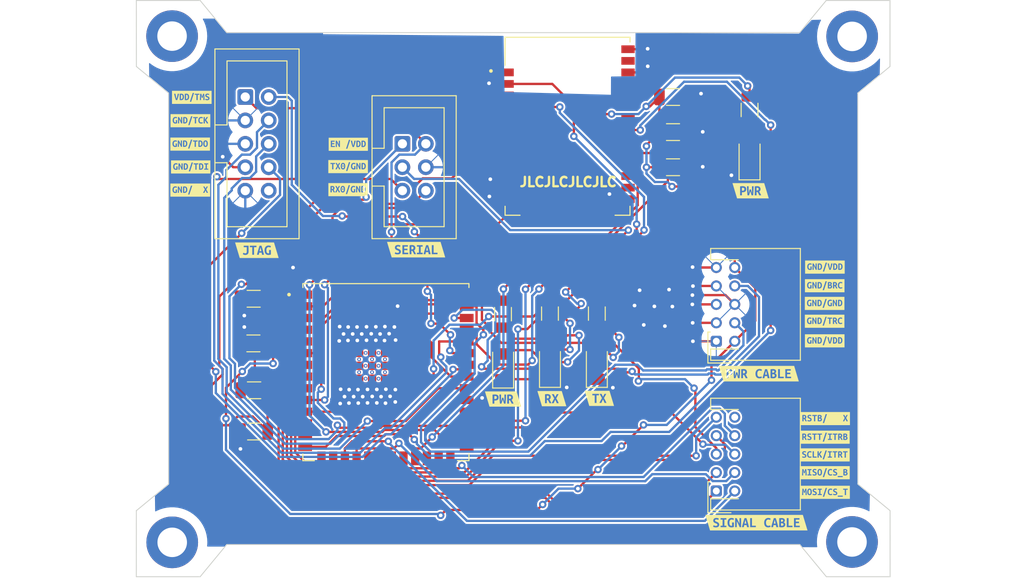
<source format=kicad_pcb>
(kicad_pcb (version 20221018) (generator pcbnew)
  (layers (0 "F.Cu" signal) (31 "B.Cu" signal) (34 "B.Paste" user) (35 "F.Paste" user) (36 "B.SilkS" user "B.Silkscreen") (37 "F.SilkS" user "F.Silkscreen") (38 "B.Mask" user) (39 "F.Mask" user) (44 "Edge.Cuts" user))
  (net 0 "")
  (net 1 "en")
  (net 2 "GND")
  (net 3 "Net-(D1-A)")
  (net 4 "Net-(D2-A)")
  (net 5 "Net-(D3-A)")
  (net 6 "Net-(D4-A)")
  (net 7 "tx0")
  (net 8 "rx0")
  (net 9 "IO0")
  (net 10 "tms")
  (net 11 "tck")
  (net 12 "tdo")
  (net 13 "tdi")
  (net 15 "top_relay_control")
  (net 16 "bottom_relay_control")
  (net 17 "ADE9154A_MOSI")
  (net 18 "TOP_ADE9153A_CS")
  (net 19 "ADE9153A_MISO")
  (net 20 "BOTTOM_ADE9153A_CS")
  (net 21 "ADE9153A_SCLK")
  (net 22 "TOP_ADE9153A_ITR")
  (net 23 "TOP_ADE9153A_RST")
  (net 24 "BOTTOM_ADE9153A_ITR")
  (net 25 "BOTTOM_ADE9153A_RST")
  (net 27 "xbee_tx")
  (net 28 "xbee_rx")
  (net 29 "xbee_rst")
  (net 30 "xbee_rts")
  (net 31 "xbee_cts")
  (net 32 "xbee_dtr")
  (net 33 "xbee_on")
  (net 34 "VDD")
  (footprint "Resistor_SMD:R_1206_3216Metric" (layer "F.Cu") (at 173.915 85.245 -90)
    (fp_text reference "R4" hide)
    (fp_text value "60")
  )
  (footprint "SnapEDA Library:XCVR_XB3-24Z8UM-J" (layer "F.Cu") (at 154.19 87.015)
    (fp_text reference "U2" hide)
    (fp_text value "XB3-24Z8UM-J")
  )
  (footprint "kibuzzard-6422332A" (layer "F.Cu") (at 182.07 122.66)
    (fp_text reference "kibuzzard-6422332A" hide)
    (fp_text value "G***" hide)
  )
  (footprint "kibuzzard-6423A409" (layer "F.Cu") (at 137.78 100.4)
    (fp_text reference "kibuzzard-6423A409" hide)
    (fp_text value "G***" hide)
  )
  (footprint "Capacitor_SMD:C_1206_3216Metric" (layer "F.Cu") (at 165.62 87.65)
    (fp_text reference "C5" hide)
    (fp_text value "0.1uF")
  )
  (footprint "kibuzzard-64222DBC" (layer "F.Cu") (at 174.66 130.01)
    (fp_text reference "kibuzzard-64222DBC" hide)
    (fp_text value "G***" hide)
  )
  (footprint "MountingHole:MountingHole_3.2mm_M3_DIN965_Pad_TopBottom" (layer "F.Cu") (at 185.0325 77.2675)
    (fp_text reference "MP2" hide)
    (fp_text value "MountingHole_3.2mm_M3_DIN965_Pad_TopBottom")
  )
  (footprint "kibuzzard-6422303A" (layer "F.Cu") (at 130.4 93.89)
    (fp_text reference "kibuzzard-6422303A" hide)
    (fp_text value "G***" hide)
  )
  (footprint "Resistor_SMD:R_1206_3216Metric" (layer "F.Cu") (at 147.195 107.395 -90)
    (fp_text reference "R2" hide)
    (fp_text value "60")
  )
  (footprint "Connector_IDC:IDC-Header_2x03_P2.54mm_Vertical" (layer "F.Cu") (at 136.2925 88.915)
    (fp_text reference "J1" hide)
    (fp_text value "Conn_02x03_Odd_Even")
  )
  (footprint "LED_SMD:LED_1206_3216Metric" (layer "F.Cu") (at 152.285 113.05 90)
    (fp_text reference "D4" hide)
    (fp_text value "LED")
  )
  (footprint "kibuzzard-64223022" (layer "F.Cu") (at 130.43 88.97)
    (fp_text reference "kibuzzard-64223022" hide)
    (fp_text value "G***" hide)
  )
  (footprint "kibuzzard-64223074" (layer "F.Cu") (at 113.3 93.94)
    (fp_text reference "kibuzzard-64223074" hide)
    (fp_text value "G***" hide)
  )
  (footprint "Capacitor_SMD:C_1206_3216Metric" (layer "F.Cu") (at 120.145 110.565 180)
    (fp_text reference "C2" hide)
    (fp_text value "22uF")
  )
  (footprint "kibuzzard-64222D21" (layer "F.Cu") (at 152.49 116.56)
    (fp_text reference "kibuzzard-64222D21" hide)
    (fp_text value "G***" hide)
  )
  (footprint "Connector_JST:JST_PHD_S10B-PHDSS_2x05_P2.00mm_Horizontal" (layer "F.Cu") (at 170.31 126.575 90)
    (fp_text reference "J5" hide)
    (fp_text value "Conn_02x05_Odd_Even")
  )
  (footprint "kibuzzard-6422333F" (layer "F.Cu") (at 182.08 126.72)
    (fp_text reference "kibuzzard-6422333F" hide)
    (fp_text value "G***" hide)
  )
  (footprint "Resistor_SMD:R_1206_3216Metric" (layer "F.Cu") (at 120.22 115.65)
    (fp_text reference "R1" hide)
    (fp_text value "10k")
  )
  (footprint "LED_SMD:LED_1206_3216Metric" (layer "F.Cu") (at 173.915 90.545 90)
    (fp_text reference "D2" hide)
    (fp_text value "LED")
  )
  (footprint "Resistor_SMD:R_1206_3216Metric" (layer "F.Cu") (at 157.365 107.335 -90)
    (fp_text reference "R3" hide)
    (fp_text value "60")
  )
  (footprint "kibuzzard-64222CB8" (layer "F.Cu") (at 147.2 116.6)
    (fp_text reference "kibuzzard-64222CB8" hide)
    (fp_text value "G***" hide)
  )
  (footprint "MountingHole:MountingHole_3.2mm_M3_DIN965_Pad_TopBottom" (layer "F.Cu") (at 111.3325 77.2375)
    (fp_text reference "MP1" hide)
    (fp_text value "MountingHole_3.2mm_M3_DIN965_Pad_TopBottom")
  )
  (footprint "Resistor_SMD:R_1206_3216Metric" (layer "F.Cu") (at 152.285 107.335 -90)
    (fp_text reference "R5" hide)
    (fp_text value "60")
  )
  (footprint "kibuzzard-64223346" (layer "F.Cu") (at 182.07 124.59)
    (fp_text reference "kibuzzard-64223346" hide)
    (fp_text value "G***" hide)
  )
  (footprint "kibuzzard-6422318F" (layer "F.Cu") (at 182.08 102.29)
    (fp_text reference "kibuzzard-6422318F" hide)
    (fp_text value "G***" hide)
  )
  (footprint "Capacitor_SMD:C_1206_3216Metric" (layer "F.Cu") (at 120.225 120.125 180)
    (fp_text reference "C1" hide)
    (fp_text value "1uF")
  )
  (footprint "kibuzzard-64222F2D" (layer "F.Cu") (at 113.35 91.43)
    (fp_text reference "kibuzzard-64222F2D" hide)
    (fp_text value "G***" hide)
  )
  (footprint "kibuzzard-64222E4F" (layer "F.Cu") (at 120.52 100.46)
    (fp_text reference "kibuzzard-64222E4F" hide)
    (fp_text value "G***" hide)
  )
  (footprint "MountingHole:MountingHole_3.2mm_M3_DIN965_Pad_TopBottom" (layer "F.Cu") (at 111.3475 132.145)
    (fp_text reference "MP3" hide)
    (fp_text value "MountingHole_3.2mm_M3_DIN965_Pad_TopBottom")
  )
  (footprint "Capacitor_SMD:C_1206_3216Metric" (layer "F.Cu") (at 165.62 91.46)
    (fp_text reference "C4" hide)
    (fp_text value "10uF")
  )
  (footprint "Connector_IDC:IDC-Header_2x05_P2.54mm_Vertical" (layer "F.Cu") (at 119.265 83.84)
    (fp_text reference "J2" hide)
    (fp_text value "Conn_02x05_Odd_Even")
  )
  (footprint "LED_SMD:LED_1206_3216Metric" (layer "F.Cu") (at 147.21 113.12 90)
    (fp_text reference "D1" hide)
    (fp_text value "LED")
  )
  (footprint "kibuzzard-64223187" (layer "F.Cu") (at 182.06 104.31)
    (fp_text reference "kibuzzard-64223187" hide)
    (fp_text value "G***" hide)
  )
  (footprint "kibuzzard-64222D10" (layer "F.Cu") (at 157.64 116.53)
    (fp_text reference "kibuzzard-64222D10" hide)
    (fp_text value "G***" hide)
  )
  (footprint "kibuzzard-64222CB8" (layer "F.Cu") (at 174.03 94.01)
    (fp_text reference "kibuzzard-64222CB8" hide)
    (fp_text value "G***" hide)
  )
  (footprint "kibuzzard-64223357" (layer "F.Cu") (at 182.1 118.72)
    (fp_text reference "kibuzzard-64223357" hide)
    (fp_text value "G***" hide)
  )
  (footprint "MountingHole:MountingHole_3.2mm_M3_DIN965_Pad_TopBottom" (layer "F.Cu") (at 185.0175 132.105)
    (fp_text reference "MP4" hide)
    (fp_text value "MountingHole_3.2mm_M3_DIN965_Pad_TopBottom")
  )
  (footprint "kibuzzard-64222DA8" (layer "F.Cu") (at 174.92 113.85)
    (fp_text reference "kibuzzard-64222DA8" hide)
    (fp_text value "G***" hide)
  )
  (footprint "kibuzzard-64223167" (layer "F.Cu") (at 182.06 110.29)
    (fp_text reference "kibuzzard-64223167" hide)
    (fp_text value "G***" hide)
  )
  (footprint "kibuzzard-6422317A" (layer "F.Cu") (at 182.05 106.23)
    (fp_text reference "kibuzzard-6422317A" hide)
    (fp_text value "G***" hide)
  )
  (footprint "kibuzzard-64223322" (layer "F.Cu") (at 182.08 120.74)
    (fp_text reference "kibuzzard-64223322" hide)
    (fp_text value "G***" hide)
  )
  (footprint "kibuzzard-64223170" (layer "F.Cu") (at 182.05 108.16)
    (fp_text reference "kibuzzard-64223170" hide)
    (fp_text value "G***" hide)
  )
  (footprint "Connector_JST:JST_PHD_S10B-PHDSS_2x05_P2.00mm_Horizontal" (layer "F.Cu") (at 170.31 110.335 90)
    (fp_text reference "J3" hide)
    (fp_text value "Conn_01x10_Female")
  )
  (footprint "kibuzzard-64223004" (layer "F.Cu") (at 130.41 91.39)
    (fp_text reference "kibuzzard-64223004" hide)
    (fp_text value "G***" hide)
  )
  (footprint "kibuzzard-64222F0B" (layer "F.Cu") (at 113.32 86.41)
    (fp_text reference "kibuzzard-64222F0B" hide)
    (fp_text value "G***" hide)
  )
  (footprint "kibuzzard-64222F16" (layer "F.Cu") (at 113.29 88.95)
    (fp_text reference "kibuzzard-64222F16" hide)
    (fp_text value "G***" hide)
  )
  (footprint "Capacitor_SMD:C_1206_3216Metric" (layer "F.Cu") (at 120.175 105.725 180)
    (fp_text reference "C3" hide)
    (fp_text value "0.1uF")
  )
  (footprint "LED_SMD:LED_1206_3216Metric" (layer "F.Cu") (at 157.365 113.05 90)
    (fp_text reference "D3" hide)
    (fp_text value "LED")
  )
  (footprint "kibuzzard-64222ED4" (layer "F.Cu") (at 113.47 83.88)
    (fp_text reference "kibuzzard-64222ED4" hide)
    (fp_text value "G***" hide)
  )
  (footprint "SnapEDA Library:XCVR_ESP32-S3-WROOM-1U" (layer "F.Cu") (at 134.505 113.685)
    (fp_text reference "U1" hide)
    (fp_text value "ESP32-S3-WROOM-1U-N16R8")
  )
  (footprint "Capacitor_SMD:C_1206_3216Metric" (layer "F.Cu") (at 165.62 83.84)
    (fp_text reference "C6" hide)
    (fp_text value "8.2pF")
  )
  (gr_line (start 189.145 128.71) (end 185.655 125.83) (stroke (width 0.1)) (layer "Edge.Cuts"))
  (gr_line (start 107.4575 135.8725) (end 107.46 128.71) (stroke (width 0.1)) (layer "Edge.Cuts"))
  (gr_line (start 107.46 73.37) (end 114.37 73.37) (stroke (width 0.1)) (layer "Edge.Cuts"))
  (gr_line (start 117.255 132.3825) (end 179.3575 132.3825) (stroke (width 0.1)) (layer "Edge.Cuts"))
  (gr_line (start 110.955 125.83) (end 110.9525 83.4125) (stroke (width 0.1)) (layer "Edge.Cuts"))
  (gr_line (start 182.225 73.37) (end 179.345 76.86) (stroke (width 0.1)) (layer "Edge.Cuts"))
  (gr_line (start 107.4625 80.5325) (end 110.9525 83.4125) (stroke (width 0.1)) (layer "Edge.Cuts"))
  (gr_line (start 182.225 73.37) (end 189.135 73.37) (stroke (width 0.1)) (layer "Edge.Cuts"))
  (gr_line (start 189.1475 135.8725) (end 182.2375 135.8725) (stroke (width 0.1)) (layer "Edge.Cuts"))
  (gr_line (start 110.95 125.83) (end 107.46 128.71) (stroke (width 0.1)) (layer "Edge.Cuts"))
  (gr_line (start 185.6425 83.4125) (end 189.1325 80.5325) (stroke (width 0.1)) (layer "Edge.Cuts"))
  (gr_line (start 114.3675 135.8725) (end 107.4575 135.8725) (stroke (width 0.1)) (layer "Edge.Cuts"))
  (gr_line (start 117.25 76.86) (end 114.37 73.37) (stroke (width 0.1)) (layer "Edge.Cuts"))
  (gr_line (start 189.145 128.71) (end 189.1475 135.8725) (stroke (width 0.1)) (layer "Edge.Cuts"))
  (gr_line (start 114.375 135.8725) (end 117.255 132.3825) (stroke (width 0.1)) (layer "Edge.Cuts"))
  (gr_line (start 185.655 125.83) (end 185.6425 83.4125) (stroke (width 0.1)) (layer "Edge.Cuts"))
  (gr_line (start 179.3525 76.86) (end 117.25 76.86) (stroke (width 0.1)) (layer "Edge.Cuts"))
  (gr_line (start 107.4625 80.5325) (end 107.46 73.37) (stroke (width 0.1)) (layer "Edge.Cuts"))
  (gr_line (start 179.3575 132.3825) (end 182.2375 135.8725) (stroke (width 0.1)) (layer "Edge.Cuts"))
  (gr_line (start 189.135 73.37) (end 189.1325 80.5325) (stroke (width 0.1)) (layer "Edge.Cuts"))
  (gr_text "JLCJLCJLCJLC" (at 154.26 93.06) (layer "F.SilkS") (effects (font (size 1.016 1.016) (thickness 0.254))))
  (segment (start 120.075 118.5) (end 121.6825 120.1075) (width 0.25) (layer "F.Cu") (net 1))
  (segment (start 117.474805 119.445) (end 118.419805 118.5) (width 0.25) (layer "F.Cu") (net 1))
  (segment (start 118.419805 118.5) (end 120.075 118.5) (width 0.25) (layer "F.Cu") (net 1))
  (segment (start 126.9634 94.9788) (end 116.45 105.4922) (width 0.25) (layer "F.Cu") (net 1))
  (segment (start 123.3288 109.1659) (end 123.3288 114.0037) (width 0.25) (layer "F.Cu") (net 1))
  (segment (start 125.755 107.815) (end 124.6797 107.815) (width 0.25) (layer "F.Cu") (net 1))
  (segment (start 124.6797 107.815) (end 123.3288 109.1659) (width 0.25) (layer "F.Cu") (net 1))
  (segment (start 132.36 94.7043) (end 132.0855 94.9788) (width 0.25) (layer "F.Cu") (net 1))
  (segment (start 132.0855 94.9788) (end 126.9634 94.9788) (width 0.25) (layer "F.Cu") (net 1))
  (segment (start 115.6286 119.445) (end 117.474805 119.445) (width 0.25) (layer "F.Cu") (net 1))
  (segment (start 121.6825 120.1075) (end 121.7 120.125) (width 0.25) (layer "F.Cu") (net 1))
  (segment (start 116.7999 113.334495) (end 116.7999 113.935105) (width 0.25) (layer "F.Cu") (net 1))
  (segment (start 115.62 119.4364) (end 115.6286 119.445) (width 0.25) (layer "F.Cu") (net 1))
  (segment (start 116.45 105.4922) (end 116.45 112.984595) (width 0.25) (layer "F.Cu") (net 1))
  (segment (start 116.45 112.984595) (end 116.7999 113.334495) (width 0.25) (layer "F.Cu") (net 1))
  (segment (start 116.7999 113.935105) (end 115.62 115.115005) (width 0.25) (layer "F.Cu") (net 1))
  (segment (start 121.6825 115.65) (end 121.6825 120.1075) (width 0.25) (layer "F.Cu") (net 1))
  (segment (start 123.3288 114.0037) (end 121.6825 115.65) (width 0.25) (layer "F.Cu") (net 1))
  (segment (start 115.62 115.115005) (end 115.62 119.4364) (width 0.25) (layer "F.Cu") (net 1))
  (via (at 132.36 94.7043) (size 0.8) (drill 0.4) (layers "F.Cu" "B.Cu") (net 1))
  (segment (start 132.36 94.7043) (end 132.36 92.8475) (width 0.25) (layer "B.Cu") (net 1))
  (segment (start 132.36 92.8475) (end 136.2925 88.915) (width 0.25) (layer "B.Cu") (net 1))
  (segment (start 165.55 106.57) (end 165.53 106.55) (width 0.25) (layer "F.Cu") (net 2))
  (segment (start 144.93 116) (end 145.54 115.39) (width 0.25) (layer "F.Cu") (net 2))
  (segment (start 163.6 106.55) (end 162.45 107.7) (width 0.25) (layer "F.Cu") (net 2))
  (segment (start 161.43 106.44) (end 160.6 105.61) (width 0.25) (layer "F.Cu") (net 2))
  (segment (start 147.28 114.45) (end 152.285 114.45) (width 0.25) (layer "F.Cu") (net 2))
  (segment (start 123.52 104.84) (end 123.955 105.275) (width 0.25) (layer "F.Cu") (net 2))
  (segment (start 145.68 81.99) (end 145.68 82.35) (width 0.25) (layer "F.Cu") (net 2))
  (segment (start 165.35 105.02) (end 165.35 104.6) (width 0.25) (layer "F.Cu") (net 2))
  (segment (start 163.6 106.55) (end 161.54 106.55) (width 0.25) (layer "F.Cu") (net 2))
  (segment (start 166.54 105.61) (end 165.6 106.55) (width 0.25) (layer "F.Cu") (net 2))
  (segment (start 165.6 106.53) (end 165.6 105.27) (width 0.25) (layer "F.Cu") (net 2))
  (segment (start 167.775 110.335) (end 170.31 110.335) (width 0.25) (layer "F.Cu") (net 2))
  (segment (start 158.285 115.37) (end 157.365 114.45) (width 0.25) (layer "F.Cu") (net 2))
  (segment (start 161.43 107.54) (end 161.43 106.44) (width 0.25) (layer "F.Cu") (net 2))
  (segment (start 167.795 104.335) (end 170.31 104.335) (width 0.25) (layer "F.Cu") (net 2))
  (segment (start 159.1445 94.37) (end 159.694 94.9195) (width 0.25) (layer "F.Cu") (net 2))
  (segment (start 168.79 91.46) (end 168.84 91.41) (width 0.25) (layer "F.Cu") (net 2))
  (segment (start 171.95 92.33) (end 173.53 92.33) (width 0.25) (layer "F.Cu") (net 2))
  (segment (start 144.93 116.48) (end 144.93 116) (width 0.25) (layer "F.Cu") (net 2))
  (segment (start 167.095 83.84) (end 168.29 83.84) (width 0.25) (layer "F.Cu") (net 2))
  (segment (start 123.360305 104.655) (end 123.52 104.814695) (width 0.25) (layer "F.Cu") (net 2))
  (segment (start 146.34 115.39) (end 147.21 114.52) (width 0.25) (layer "F.Cu") (net 2))
  (segment (start 146.84 92.4201) (end 146.1599 92.4201) (width 0.25) (layer "F.Cu") (net 2))
  (segment (start 166.54 103.41) (end 166.54 105.61) (width 0.25) (layer "F.Cu") (net 2))
  (segment (start 122.3 104.5) (end 122.455 104.655) (width 0.25) (layer "F.Cu") (net 2))
  (segment (start 145.54 115.39) (end 146.34 115.39) (width 0.25) (layer "F.Cu") (net 2))
  (segment (start 167.78 104.35) (end 167.795 104.335) (width 0.25) (layer "F.Cu") (net 2))
  (segment (start 164.74 108.69) (end 165.6 107.83) (width 0.25) (layer "F.Cu") (net 2))
  (segment (start 171.305 105.33) (end 167.72 105.33) (width 0.25) (layer "F.Cu") (net 2))
  (segment (start 168.29 83.84) (end 168.655 83.475) (width 0.25) (layer "F.Cu") (net 2))
  (segment (start 123.52 104.814695) (end 123.52 104.84) (width 0.25) (layer "F.Cu") (net 2))
  (segment (start 119.265 91.46) (end 117.96 91.46) (width 0.25) (layer "F.Cu") (net 2))
  (segment (start 165.19 104.73) (end 162.07 104.73) (width 0.25) (layer "F.Cu") (net 2))
  (segment (start 118.7 105.725) (end 119.925 104.5) (width 0.25) (layer "F.Cu") (net 2))
  (segment (start 142.18 105.77) (end 140.615 107.335) (width 0.25) (layer "F.Cu") (net 2))
  (segment (start 136.923696 107.335) (end 136.113696 106.525) (width 0.25) (layer "F.Cu") (net 2))
  (segment (start 147.6368 94.91948) (end 146.00948 94.91948) (width 0.25) (layer "F.Cu") (net 2))
  (segment (start 165.6 107.83) (end 165.6 106.55) (width 0.25) (layer "F.Cu") (net 2))
  (segment (start 162.8216 78.6584) (end 162.87 78.61) (width 0.25) (layer "F.Cu") (net 2))
  (segment (start 117.96 91.46) (end 116.82 90.32) (width 0.25) (layer "F.Cu") (net 2))
  (segment (start 172.31 106.335) (end 171.305 105.33) (width 0.25) (layer "F.Cu") (net 2))
  (segment (start 163.6 106.55) (end 163.6 106.4) (width 0.25) (layer "F.Cu") (net 2))
  (segment (start 143.255 105.275) (end 142.76 105.77) (width 0.25) (layer "F.Cu") (net 2))
  (segment (start 154.1 115.34) (end 153.175 115.34) (width 0.25) (layer "F.Cu") (net 2))
  (segment (start 167.095 91.46) (end 168.79 91.46) (width 0.25) (layer "F.Cu") (net 2))
  (segment (start 160.6 105.61) (end 160.6 103.26) (width 0.25) (layer "F.Cu") (net 2))
  (segment (start 165.6 106.55) (end 165.57 106.55) (width 0.25) (layer "F.Cu") (net 2))
  (segment (start 159.694 94.9195) (end 160.7432 94.9195) (width 0.25) (layer "F.Cu") (net 2))
  (segment (start 158.73 94.37) (end 159.1445 94.37) (width 0.25) (layer "F.Cu") (net 2))
  (segment (start 146.00948 94.91948) (end 145.72 94.63) (width 0.25) (layer "F.Cu") (net 2))
  (segment (start 136.113696 106.525) (end 135.775 106.525) (width 0.25) (layer "F.Cu") (net 2))
  (segment (start 140.615 107.335) (end 136.923696 107.335) (width 0.25) (layer "F.Cu") (net 2))
  (segment (start 164.61 108.56) (end 164.74 108.69) (width 0.25) (layer "F.Cu") (net 2))
  (segment (start 167.75 108.335) (end 170.31 108.335) (width 0.25) (layer "F.Cu") (net 2))
  (segment (start 146.497 81.173) (end 145.68 81.99) (width 0.25) (layer "F.Cu") (net 2))
  (segment (start 161.54 106.55) (end 161.54 105.26) (width 0.25) (layer "F.Cu") (net 2))
  (segment (start 118.7 105.725) (end 118.7 107.09) (width 0.25) (layer "F.Cu") (net 2))
  (segment (start 161.54 105.26) (end 162 104.8) (width 0.25) (layer "F.Cu") (net 2))
  (segment (start 142.76 105.77) (end 142.18 105.77) (width 0.25) (layer "F.Cu") (net 2))
  (segment (start 162.45 108.56) (end 164.61 108.56) (width 0.25) (layer "F.Cu") (net 2))
  (segment (start 163.6 106.4) (end 162 104.8) (width 0.25) (layer "F.Cu") (net 2))
  (segment (start 153.175 115.34) (end 152.285 114.45) (width 0.25) (layer "F.Cu") (net 2))
  (segment (start 124.44 102.34) (end 124.44 103.96) (width 0.25) (layer "F.Cu") (net 2))
  (segment (start 146.1599 92.4201) (end 145.82 92.76) (width 0.25) (layer "F.Cu") (net 2))
  (segment (start 159.1 115.37) (end 158.285 115.37) (width 0.25) (layer "F.Cu") (net 2))
  (segment (start 122.455 104.655) (end 123.360305 104.655) (width 0.25) (layer "F.Cu") (net 2))
  (segment (start 162.45 107.7) (end 162.45 108.56) (width 0.25) (layer "F.Cu") (net 2))
  (segment (start 167.74 102.29) (end 167.785 102.335) (width 0.25) (layer "F.Cu") (net 2))
  (segment (start 164.74 108.69) (end 164.74 107.69) (width 0.25) (layer "F.Cu") (net 2))
  (segment (start 165.57 106.55) (end 165.55 106.57) (width 0.25) (layer "F.Cu") (net 2))
  (segment (start 167.715 106.335) (end 170.31 106.335) (width 0.25) (layer "F.Cu") (net 2))
  (segment (start 167.095 87.65) (end 168.81 87.65) (width 0.25) (layer "F.Cu") (net 2))
  (segment (start 160.6 103.26) (end 162.07 104.73) (width 0.25) (layer "F.Cu") (net 2))
  (segment (start 118.7 107.09) (end 119.16 107.55) (width 0.25) (layer "F.Cu") (net 2))
  (segment (start 118.67 110.565) (end 118.67 109.28) (width 0.25) (layer "F.Cu") (net 2))
  (segment (start 165.53 106.55) (end 163.6 106.55) (width 0.25) (layer "F.Cu") (net 2))
  (segment (start 165.6 105.27) (end 165.35 105.02) (width 0.25) (layer "F.Cu") (net 2))
  (segment (start 162.45 108.56) (end 161.43 107.54) (width 0.25) (layer "F.Cu") (net 2))
  (segment (start 124.44 103.96) (end 125.755 105.275) (width 0.25) (layer "F.Cu") (net 2))
  (segment (start 173.53 92.33) (end 173.915 91.945) (width 0.25) (layer "F.Cu") (net 2))
  (segment (start 147.6368 81.173) (end 146.497 81.173) (width 0.25) (layer "F.Cu") (net 2))
  (segment (start 123.955 105.275) (end 125.755 105.275) (width 0.25) (layer "F.Cu") (net 2))
  (segment (start 163.6 106.55) (end 163.6 106.32) (width 0.25) (layer "F.Cu") (net 2))
  (segment (start 119.925 104.5) (end 122.3 104.5) (width 0.25) (layer "F.Cu") (net 2))
  (segment (start 163.6 106.32) (end 165.19 104.73) (width 0.25) (layer "F.Cu") (net 2))
  (segment (start 168.81 87.65) (end 168.84 87.62) (width 0.25) (layer "F.Cu") (net 2))
  (segment (start 118.75 122) (end 118.75 120.125) (width 0.25) (layer "F.Cu") (net 2))
  (segment (start 157.365 114.45) (end 152.285 114.45) (width 0.25) (layer "F.Cu") (net 2))
  (segment (start 162.217 81.173) (end 162.88 80.51) (width 0.25) (layer "F.Cu") (net 2))
  (segment (start 118.74 122.01) (end 118.75 122) (width 0.25) (layer "F.Cu") (net 2))
  (segment (start 160.7432 81.173) (end 162.217 81.173) (width 0.25) (layer "F.Cu") (net 2))
  (segment (start 161.45 106.46) (end 161.43 106.44) (width 0.25) (layer "F.Cu") (net 2))
  (segment (start 161.54 106.55) (end 161.45 106.46) (width 0.25) (layer "F.Cu") (net 2))
  (segment (start 165.35 104.6) (end 166.54 103.41) (width 0.25) (layer "F.Cu") (net 2))
  (segment (start 160.7432 78.6584) (end 162.8216 78.6584) (width 0.25) (layer "F.Cu") (net 2))
  (segment (start 118.67 109.28) (end 119.16 108.79) (width 0.25) (layer "F.Cu") (net 2))
  (segment (start 164.74 107.69) (end 163.6 106.55) (width 0.25) (layer "F.Cu") (net 2))
  (segment (start 147.6368 92.4201) (end 146.84 92.4201) (width 0.25) (layer "F.Cu") (net 2))
  (segment (start 167.785 102.335) (end 170.31 102.335) (width 0.25) (layer "F.Cu") (net 2))
  (via (at 132.405 108.765) (size 0.8) (drill 0.4) (layers "F.Cu" "B.Cu") (net 2))
  (via (at 133.02 116.32) (size 0.8) (drill 0.4) (layers "F.Cu" "B.Cu") (net 2))
  (via (at 134.96 116.31) (size 0.8) (drill 0.4) (layers "F.Cu" "B.Cu") (net 2))
  (via (at 144.93 116.48) (size 0.8) (drill 0.4) (layers "F.Cu" "B.Cu") (net 2))
  (via (at 154.1 115.34) (size 0.8) (drill 0.4) (layers "F.Cu" "B.Cu") (net 2))
  (via (at 145.82 92.76) (size 0.8) (drill 0.4) (layers "F.Cu" "B.Cu") (net 2))
  (via (at 162.87 78.61) (size 0.8) (drill 0.4) (layers "F.Cu" "B.Cu") (net 2))
  (via (at 130.5 117.04) (size 0.8) (drill 0.4) (layers "F.Cu" "B.Cu") (net 2))
  (via (at 162 104.8) (size 0.8) (drill 0.4) (layers "F.Cu" "B.Cu") (net 2))
  (via (at 167.78 104.35) (size 0.8) (drill 0.4) (layers "F.Cu" "B.Cu") (net 2))
  (via (at 131.51 117.04) (size 0.8) (drill 0.4) (layers "F.Cu" "B.Cu") (net 2))
  (via (at 129.495 108.745) (size 0.8) (drill 0.4) (layers "F.Cu" "B.Cu") (net 2))
  (via (at 134.855 109.515) (size 0.8) (drill 0.4) (layers "F.Cu" "B.Cu") (net 2))
  (via (at 134.46 117.05) (size 0.8) (drill 0.4) (layers "F.Cu" "B.Cu") (net 2))
  (via (at 129.6 115.54) (size 0.8) (drill 0.4) (layers "F.Cu" "B.Cu") (net 2))
  (via (at 130.905 109.545) (size 0.8) (drill 0.4) (layers "F.Cu" "B.Cu") (net 2))
  (via (at 129.915 109.545) (size 0.8) (drill 0.4) (layers "F.Cu" "B.Cu") (net 2))
  (via (at 165.19 104.73) (size 0.8) (drill 0.4) (layers "F.Cu" "B.Cu") (net 2))
  (via (at 134.395 108.745) (size 0.8) (drill 0.4) (layers "F.Cu" "B.Cu") (net 2))
  (via (at 167.775 110.335) (size 0.8) (drill 0.4) (layers "F.Cu" "B.Cu") (net 2))
  (via (at 129.55 117.09) (size 0.8) (drill 0.4) (layers "F.Cu" "B.Cu") (net 2))
  (via (at 119.16 108.79) (size 0.8) (drill 0.4) (layers "F.Cu" "B.Cu") (net 2))
  (via (at 167.72 105.33) (size 0.8) (drill 0.4) (layers "F.Cu" "B.Cu") (net 2))
  (via (at 145.68 82.35) (size 0.8) (drill 0.4) (layers "F.Cu" "B.Cu") (net 2))
  (via (at 158.73 94.37) (size 0.8) (drill 0.4) (layers "F.Cu" "B.Cu") (net 2))
  (via (at 131.01 116.34) (size 0.8) (drill 0.4) (layers "F.Cu" "B.Cu") (net 2))
  (via (at 133.875 109.545) (size 0.8) (drill 0.4) (layers "F.Cu" "B.Cu") (net 2))
  (via (at 135.425 108.785) (size 0.8) (drill 0.4) (layers "F.Cu" "B.Cu") (net 2))
  (via (at 167.715 106.335) (size 0.8) (drill 0.4) (layers "F.Cu" "B.Cu") (net 2))
  (via (at 124.44 102.34) (size 0.8) (drill 0.4) (layers "F.Cu" "B.Cu") (net 2))
  (via (at 145.72 94.63) (size 0.8) (drill 0.4) (layers "F.Cu" "B.Cu") (net 2))
  (via (at 118.74 122.01) (size 0.8) (drill 0.4) (layers "F.Cu" "B.Cu") (net 2))
  (via (at 135.52 116.92) (size 0.8) (drill 0.4) (layers "F.Cu" "B.Cu") (net 2))
  (via (at 161.45 106.46) (size 0.8) (drill 0.4) (layers "F.Cu" "B.Cu") (net 2))
  (via (at 133.52 117.02) (size 0.8) (drill 0.4) (layers "F.Cu" "B.Cu") (net 2))
  (via (at 164.74 108.69) (size 0.8) (drill 0.4) (layers "F.Cu" "B.Cu") (net 2))
  (via (at 131.99 116.34) (size 0.8) (drill 0.4) (layers "F.Cu" "B.Cu") (net 2))
  (via (at 162.88 80.51) (size 0.8) (drill 0.4) (layers "F.Cu" "B.Cu") (net 2))
  (via (at 133.415 108.765) (size 0.8) (drill 0.4) (layers "F.Cu" "B.Cu") (net 2))
  (via (at 130.02 116.34) (size 0.8) (drill 0.4) (layers "F.Cu" "B.Cu") (net 2))
  (via (at 133.415 110.225) (size 0.8) (drill 0.4) (layers "F.Cu" "B.Cu") (net 2))
  (via (at 130.395 110.245) (size 0.8) (drill 0.4) (layers "F.Cu" "B.Cu") (net 2))
  (via (at 135.775 106.525) (size 0.8) (drill 0.4) (layers "F.Cu" "B.Cu") (net 2))
  (via (at 131.405 110.245) (size 0.8) (drill 0.4) (layers "F.Cu" "B.Cu") (net 2))
  (via (at 159.1 115.37) (size 0.8) (drill 0.4) (layers "F.Cu" "B.Cu") (net 2))
  (via (at 168.84 91.41) (size 0.8) (drill 0.4) (layers "F.Cu" "B.Cu") (net 2))
  (via (at 168.84 87.62) (size 0.8) (drill 0.4) (layers "F.Cu" "B.Cu") (net 2))
  (via (at 131.375 108.785) (size 0.8) (drill 0.4) (layers "F.Cu" "B.Cu") (net 2))
  (via (at 135.555 110.205) (size 0.8) (drill 0.4) (layers "F.Cu" "B.Cu") (net 2))
  (via (at 119.16 107.55) (size 0.8) (drill 0.4) (layers "F.Cu" "B.Cu") (net 2))
  (via (at 132.51 115.56) (size 0.8) (drill 0.4) (layers "F.Cu" "B.Cu") (net 2))
  (via (at 132.405 110.225) (size 0.8) (drill 0.4) (layers "F.Cu" "B.Cu") (net 2))
  (via (at 163.6 106.55) (size 0.8) (drill 0.4) (layers "F.Cu" "B.Cu") (net 2))
  (via (at 133.98 116.34) (size 0.8) (drill 0.4) (layers "F.Cu" "B.Cu") (net 2))
  (via (at 135.53 115.58) (size 0.8) (drill 0.4) (layers "F.Cu" "B.Cu") (net 2))
  (via (at 162.45 108.56) (size 0.8) (drill 0.4) (layers "F.Cu" "B.Cu") (net 2))
  (via (at 167.74 102.29) (size 0.8) (drill 0.4) (layers "F.Cu" "B.Cu") (net 2))
  (via (at 116.82 90.32) (size 0.8) (drill 0.4) (layers "F.Cu" "B.Cu") (net 2))
  (via (at 129.445 110.295) (size 0.8) (drill 0.4) (layers "F.Cu" "B.Cu") (net 2))
  (via (at 130.52 115.58) (size 0.8) (drill 0.4) (layers "F.Cu" "B.Cu") (net 2))
  (via (at 168.655 83.475) (size 0.8) (drill 0.4) (layers "F.Cu" "B.Cu") (net 2))
  (via (at 133.52 115.56) (size 0.8) (drill 0.4) (layers "F.Cu" "B.Cu") (net 2))
  (via (at 131.885 109.545) (size 0.8) (drill 0.4) (layers "F.Cu" "B.Cu") (net 2))
  (via (at 165.55 106.57) (size 0.8) (drill 0.4) (layers "F.Cu" "B.Cu") (net 2))
  (via (at 130.415 108.785) (size 0.8) (drill 0.4) (layers "F.Cu" "B.Cu") (net 2))
  (via (at 131.48 115.58) (size 0.8) (drill 0.4) (layers "F.Cu" "B.Cu") (net 2))
  (via (at 134.5 115.54) (size 0.8) (drill 0.4) (layers "F.Cu" "B.Cu") (net 2))
  (via (at 132.915 109.525) (size 0.8) (drill 0.4) (layers "F.Cu" "B.Cu") (net 2))
  (via (at 171.95 92.33) (size 0.8) (drill 0.4) (layers "F.Cu" "B.Cu") (net 2))
  (via (at 167.75 108.335) (size 0.8) (drill 0.4) (layers "F.Cu" "B.Cu") (net 2))
  (via (at 134.355 110.255) (size 0.8) (drill 0.4) (layers "F.Cu" "B.Cu") (net 2))
  (via (at 132.51 117.02) (size 0.8) (drill 0.4) (layers "F.Cu" "B.Cu") (net 2))
  (segment (start 119.265 86.38) (end 117.03 86.38) (width 0.25) (layer "B.Cu") (net 2))
  (segment (start 138.8325 91.455) (end 141.33 91.455) (width 0.25) (layer "B.Cu") (net 2))
  (segment (start 116.95 88.92) (end 116.54 89.33) (width 0.25) (layer "B.Cu") (net 2))
  (segment (start 117.03 86.38) (end 116.56 86.85) (width 0.25) (layer "B.Cu") (net 2))
  (segment (start 119.265 94) (end 119.265 96.025) (width 0.25) (layer "B.Cu") (net 2))
  (segment (start 119.265 96.025) (end 118.96 96.33) (width 0.25) (layer "B.Cu") (net 2))
  (segment (start 119.265 88.92) (end 116.95 88.92) (width 0.25) (layer "B.Cu") (net 2))
  (segment (start 155.43 109.69) (end 154.16 109.69) (width 0.25) (layer "F.Cu") (net 3))
  (segment (start 154.1732 112.6013) (end 154.1999 112.5746) (width 0.25) (layer "F.Cu") (net 3))
  (segment (start 148.3932 110.0557) (end 147.195 108.8575) (width 0.25) (layer "F.Cu") (net 3))
  (segment (start 150.2734 111.3) (end 151.0837 112.1103) (width 0.25) (layer "F.Cu") (net 3))
  (segment (start 151.4214 112.6013) (end 154.1732 112.6013) (width 0.25) (layer "F.Cu") (net 3))
  (segment (start 154.16 109.69) (end 153.7943 110.0557) (width 0.25) (layer "F.Cu") (net 3))
  (segment (start 153.7943 110.0557) (end 148.3932 110.0557) (width 0.25) (layer "F.Cu") (net 3))
  (segment (start 150.2734 111.3) (end 147.63 111.3) (width 0.25) (layer "F.Cu") (net 3))
  (segment (start 151.0837 112.1103) (end 151.0837 112.2636) (width 0.25) (layer "F.Cu") (net 3))
  (segment (start 147.63 111.3) (end 147.21 111.72) (width 0.25) (layer "F.Cu") (net 3))
  (segment (start 151.0837 112.2636) (end 151.4214 112.6013) (width 0.25) (layer "F.Cu") (net 3))
  (via (at 154.1999 112.5746) (size 0.8) (drill 0.4) (layers "F.Cu" "B.Cu") (net 3))
  (via (at 155.43 109.69) (size 0.8) (drill 0.4) (layers "F.Cu" "B.Cu") (net 3))
  (segment (start 155.43 109.69) (end 155.43 111.3445) (width 0.25) (layer "B.Cu") (net 3))
  (segment (start 155.43 111.3445) (end 154.1999 112.5746) (width 0.25) (layer "B.Cu") (net 3))
  (segment (start 173.915 89.145) (end 173.915 86.7075) (width 0.25) (layer "F.Cu") (net 4))
  (segment (start 157.365 108.7975) (end 158.6459 108.7975) (width 0.25) (layer "F.Cu") (net 5))
  (segment (start 158.7 111.65) (end 157.365 111.65) (width 0.25) (layer "F.Cu") (net 5))
  (segment (start 159.136951 112.086951) (end 158.7 111.65) (width 0.25) (layer "F.Cu") (net 5))
  (segment (start 158.6459 108.7975) (end 159.7542 109.9058) (width 0.25) (layer "F.Cu") (net 5))
  (via (at 159.136951 112.086951) (size 0.8) (drill 0.4) (layers "F.Cu" "B.Cu") (net 5))
  (via (at 159.7542 109.9058) (size 0.8) (drill 0.4) (layers "F.Cu" "B.Cu") (net 5))
  (segment (start 159.136951 112.086951) (end 159.7542 111.469702) (width 0.25) (layer "B.Cu") (net 5))
  (segment (start 159.7542 111.469702) (end 159.7542 109.9058) (width 0.25) (layer "B.Cu") (net 5))
  (segment (start 152.704 111.231) (end 152.285 111.65) (width 0.25) (layer "F.Cu") (net 6))
  (segment (start 153.2975 107.785) (end 152.285 108.7975) (width 0.25) (layer "F.Cu") (net 6))
  (segment (start 153.87 107.785) (end 153.2975 107.785) (width 0.25) (layer "F.Cu") (net 6))
  (segment (start 153.87 107.8) (end 153.87 107.785) (width 0.25) (layer "F.Cu") (net 6))
  (segment (start 154.4567 108.3867) (end 153.87 107.8) (width 0.25) (layer "F.Cu") (net 6))
  (segment (start 154.4567 111.231) (end 152.704 111.231) (width 0.25) (layer "F.Cu") (net 6))
  (via (at 154.4567 111.231) (size 0.8) (drill 0.4) (layers "F.Cu" "B.Cu") (net 6))
  (via (at 154.4567 108.3867) (size 0.8) (drill 0.4) (layers "F.Cu" "B.Cu") (net 6))
  (segment (start 154.4567 108.3867) (end 154.4567 111.231) (width 0.25) (layer "B.Cu") (net 6))
  (segment (start 149.9232 112.8645) (end 146.541327 112.8645) (width 0.25) (layer "F.Cu") (net 7))
  (segment (start 156.943 102.1162) (end 153.6471 102.1162) (width 0.25) (layer "F.Cu") (net 7))
  (segment (start 144.3303 109.085) (end 143.255 109.085) (width 0.25) (layer "F.Cu") (net 7))
  (segment (start 146.541327 112.8645) (end 144.3303 110.653473) (width 0.25) (layer "F.Cu") (net 7))
  (segment (start 144.3303 110.653473) (end 144.3303 109.085) (width 0.25) (layer "F.Cu") (net 7))
  (segment (start 160.7787 98.2805) (end 156.943 102.1162) (width 0.25) (layer "F.Cu") (net 7))
  (segment (start 150.3583 112.4294) (end 149.9232 112.8645) (width 0.25) (layer "F.Cu") (net 7))
  (segment (start 153.6471 102.1162) (end 151.09 104.6733) (width 0.25) (layer "F.Cu") (net 7))
  (via (at 151.09 104.6733) (size 0.8) (drill 0.4) (layers "F.Cu" "B.Cu") (net 7))
  (via (at 160.7787 98.2805) (size 0.8) (drill 0.4) (layers "F.Cu" "B.Cu") (net 7))
  (via (at 150.3583 112.4294) (size 0.8) (drill 0.4) (layers "F.Cu" "B.Cu") (net 7))
  (segment (start 136.2925 91.455) (end 137.5625 92.725) (width 0.25) (layer "B.Cu") (net 7))
  (segment (start 137.5625 92.725) (end 142.4169 92.725) (width 0.25) (layer "B.Cu") (net 7))
  (segment (start 150.3583 112.4294) (end 150.3583 105.405) (width 0.25) (layer "B.Cu") (net 7))
  (segment (start 142.4169 92.725) (end 147.9724 98.2805) (width 0.25) (layer "B.Cu") (net 7))
  (segment (start 150.3583 105.405) (end 151.09 104.6733) (width 0.25) (layer "B.Cu") (net 7))
  (segment (start 147.9724 98.2805) (end 160.7787 98.2805) (width 0.25) (layer "B.Cu") (net 7))
  (segment (start 116.4298 92.73) (end 116.19 92.4902) (width 0.25) (layer "F.Cu") (net 8))
  (segment (start 135.0275 92.73) (end 116.4298 92.73) (width 0.25) (layer "F.Cu") (net 8))
  (segment (start 140.449399 112.050601) (end 140.275 111.876202) (width 0.25) (layer "F.Cu") (net 8))
  (segment (start 136.2925 93.995) (end 135.0275 92.73) (width 0.25) (layer "F.Cu") (net 8))
  (segment (start 140.275 111.876202) (end 140.275 110.355) (width 0.25) (layer "F.Cu") (net 8))
  (segment (start 140.275 110.355) (end 143.255 110.355) (width 0.25) (layer "F.Cu") (net 8))
  (via (at 140.449399 112.050601) (size 0.8) (drill 0.4) (layers "F.Cu" "B.Cu") (net 8))
  (via (at 116.19 92.4902) (size 0.8) (drill 0.4) (layers "F.Cu" "B.Cu") (net 8))
  (segment (start 135.0566 119.7237) (end 134.4198 119.7237) (width 0.25) (layer "B.Cu") (net 8))
  (segment (start 141.0574 113.0824) (end 141.0574 113.7229) (width 0.25) (layer "B.Cu") (net 8))
  (segment (start 131.7123 122.4312) (end 123.197596 122.4312) (width 0.25) (layer "B.Cu") (net 8))
  (segment (start 115.8989 112.433495) (end 115.8989 92.7813) (width 0.25) (layer "B.Cu") (net 8))
  (segment (start 115.8989 92.7813) (end 116.19 92.4902) (width 0.25) (layer "B.Cu") (net 8))
  (segment (start 123.197596 122.4312) (end 116.7999 116.033504) (width 0.25) (layer "B.Cu") (net 8))
  (segment (start 141.0574 113.7229) (end 135.0566 119.7237) (width 0.25) (layer "B.Cu") (net 8))
  (segment (start 116.7999 116.033504) (end 116.7999 113.334495) (width 0.25) (layer "B.Cu") (net 8))
  (segment (start 116.7999 113.334495) (end 115.8989 112.433495) (width 0.25) (layer "B.Cu") (net 8))
  (segment (start 140.449399 112.474399) (end 141.0574 113.0824) (width 0.25) (layer "B.Cu") (net 8))
  (segment (start 140.449399 112.050601) (end 140.449399 112.474399) (width 0.25) (layer "B.Cu") (net 8))
  (segment (start 134.4198 119.7237) (end 131.7123 122.4312) (width 0.25) (layer "B.Cu") (net 8))
  (segment (start 141.6151 121.785) (end 139.7921 119.962) (width 0.25) (layer "F.Cu") (net 9))
  (segment (start 128.72 101.7073) (end 126.2274 104.1999) (width 0.25) (layer "F.Cu") (net 9))
  (segment (start 134.1225 120.166) (end 128.0131 120.166) (width 0.25) (layer "F.Cu") (net 9))
  (segment (start 143.255 121.785) (end 141.6151 121.785) (width 0.25) (layer "F.Cu") (net 9))
  (segment (start 138.8325 93.995) (end 136.9483 95.8792) (width 0.25) (layer "F.Cu") (net 9))
  (segment (start 134.3265 119.962) (end 134.1225 120.166) (width 0.25) (layer "F.Cu") (net 9))
  (segment (start 129.605495 95.8792) (end 128.72 96.764695) (width 0.25) (layer "F.Cu") (net 9))
  (segment (start 139.7921 119.962) (end 134.3265 119.962) (width 0.25) (layer "F.Cu") (net 9))
  (segment (start 136.9483 95.8792) (end 129.605495 95.8792) (width 0.25) (layer "F.Cu") (net 9))
  (segment (start 128.72 96.764695) (end 128.72 101.7073) (width 0.25) (layer "F.Cu") (net 9))
  (via (at 126.2274 104.1999) (size 0.8) (drill 0.4) (layers "F.Cu" "B.Cu") (net 9))
  (via (at 128.0131 120.166) (size 0.8) (drill 0.4) (layers "F.Cu" "B.Cu") (net 9))
  (segment (start 126.2274 104.1999) (end 126.2274 118.3803) (width 0.25) (layer "B.Cu") (net 9))
  (segment (start 126.2274 118.3803) (end 128.0131 120.166) (width 0.25) (layer "B.Cu") (net 9))
  (segment (start 129.765 96.745) (end 129.825 96.805) (width 0.25) (layer "F.Cu") (net 10))
  (segment (start 139.005 104.915) (end 139.005 99.855) (width 0.25) (layer "F.Cu") (net 10))
  (segment (start 141.715 111.625) (end 141.435 111.345) (width 0.25) (layer "F.Cu") (net 10))
  (segment (start 139.005 99.855) (end 137.595 98.445) (width 0.25) (layer "F.Cu") (net 10))
  (segment (start 139.595 108.425) (end 139.415 108.425) (width 0.25) (layer "F.Cu") (net 10))
  (segment (start 139.415 108.425) (end 139.395 108.405) (width 0.25) (layer "F.Cu") (net 10))
  (segment (start 141.505 109.6305) (end 140.2995 108.425) (width 0.25) (layer "F.Cu") (net 10))
  (segment (start 129.825 96.805) (end 136.305 96.805) (width 0.25) (layer "F.Cu") (net 10))
  (segment (start 143.255 111.625) (end 141.715 111.625) (width 0.25) (layer "F.Cu") (net 10))
  (segment (start 140.2995 108.425) (end 139.595 108.425) (width 0.25) (layer "F.Cu") (net 10))
  (via (at 129.765 96.745) (size 0.8) (drill 0.4) (layers "F.Cu" "B.Cu") (net 10))
  (via (at 136.305 96.805) (size 0.8) (drill 0.4) (layers "F.Cu" "B.Cu") (net 10))
  (via (at 139.395 108.405) (size 0.8) (drill 0.4) (layers "F.Cu" "B.Cu") (net 10))
  (via (at 141.435 111.345) (size 0.8) (drill 0.4) (layers "F.Cu" "B.Cu") (net 10))
  (via (at 141.505 109.6305) (size 0.8) (drill 0.4) (layers "F.Cu" "B.Cu") (net 10))
  (via (at 137.595 98.445) (size 0.8) (drill 0.4) (layers "F.Cu" "B.Cu") (net 10))
  (via (at 139.005 104.915) (size 0.8) (drill 0.4) (layers "F.Cu" "B.Cu") (net 10))
  (segment (start 139.395 105.305) (end 139.005 104.915) (width 0.25) (layer "B.Cu") (net 10))
  (segment (start 127.685 96.745) (end 124.305 93.365) (width 0.25) (layer "B.Cu") (net 10))
  (segment (start 137.595 98.095) (end 136.305 96.805) (width 0.25) (layer "B.Cu") (net 10))
  (segment (start 137.595 98.445) (end 137.595 98.095) (width 0.25) (layer "B.Cu") (net 10))
  (segment (start 139.395 108.405) (end 139.395 105.305) (width 0.25) (layer "B.Cu") (net 10))
  (segment (start 124.305 93.365) (end 124.305 84.255) (width 0.25) (layer "B.Cu") (net 10))
  (segment (start 141.435 109.7005) (end 141.505 109.6305) (width 0.25) (layer "B.Cu") (net 10))
  (segment (start 123.89 83.84) (end 121.805 83.84) (width 0.25) (layer "B.Cu") (net 10))
  (segment (start 141.435 111.345) (end 141.435 109.7005) (width 0.25) (layer "B.Cu") (net 10))
  (segment (start 124.305 84.255) (end 123.89 83.84) (width 0.25) (layer "B.Cu") (net 10))
  (segment (start 129.765 96.745) (end 127.685 96.745) (width 0.25) (layer "B.Cu") (net 10))
  (segment (start 143.255 115.435) (end 140.2092 115.435) (width 0.25) (layer "F.Cu") (net 11))
  (segment (start 136.6539 118.9903) (end 132.498 118.9903) (width 0.25) (layer "F.Cu") (net 11))
  (segment (start 140.2092 115.435) (end 136.6539 118.9903) (width 0.25) (layer "F.Cu") (net 11))
  (via (at 132.498 118.9903) (size 0.8) (drill 0.4) (layers "F.Cu" "B.Cu") (net 11))
  (segment (start 120.535 87.65) (end 120.535 89.351) (width 0.25) (layer "B.Cu") (net 11))
  (segment (start 119.7906 90.0954) (end 118.8913 90.0954) (width 0.25) (layer "B.Cu") (net 11))
  (segment (start 116.3492 112.247399) (end 117.2499 113.148099) (width 0.25) (layer "B.Cu") (net 11))
  (segment (start 117.2499 113.148099) (end 117.2499 115.847108) (width 0.25) (layer "B.Cu") (net 11))
  (segment (start 117.2499 115.847108) (end 123.383692 121.9809) (width 0.25) (layer "B.Cu") (net 11))
  (segment (start 118.8913 90.0954) (end 117.2245 91.7622) (width 0.25) (layer "B.Cu") (net 11))
  (segment (start 123.383692 121.9809) (end 129.5074 121.9809) (width 0.25) (layer "B.Cu") (net 11))
  (segment (start 117.2245 91.7622) (end 117.2245 92.4914) (width 0.25) (layer "B.Cu") (net 11))
  (segment (start 129.5074 121.9809) (end 132.498 118.9903) (width 0.25) (layer "B.Cu") (net 11))
  (segment (start 116.3492 93.3667) (end 116.3492 112.247399) (width 0.25) (layer "B.Cu") (net 11))
  (segment (start 120.535 89.351) (end 119.7906 90.0954) (width 0.25) (layer "B.Cu") (net 11))
  (segment (start 121.805 86.38) (end 120.535 87.65) (width 0.25) (layer "B.Cu") (net 11))
  (segment (start 117.2245 92.4914) (end 116.3492 93.3667) (width 0.25) (layer "B.Cu") (net 11))
  (segment (start 136.5339 107.5816) (end 139.445 110.4927) (width 0.25) (layer "F.Cu") (net 12))
  (segment (start 139.445 110.4927) (end 139.445 112.0708) (width 0.25) (layer "F.Cu") (net 12))
  (segment (start 128.6362 107.5816) (end 136.5339 107.5816) (width 0.25) (layer "F.Cu") (net 12))
  (segment (start 141.5392 114.165) (end 143.255 114.165) (width 0.25) (layer "F.Cu") (net 12))
  (segment (start 139.445 112.0708) (end 141.5392 114.165) (width 0.25) (layer "F.Cu") (net 12))
  (segment (start 127.4963 115.53) (end 127.4955 115.5292) (width 0.25) (layer "F.Cu") (net 12))
  (segment (start 127.4955 115.5292) (end 127.4955 108.7223) (width 0.25) (layer "F.Cu") (net 12))
  (segment (start 127.4955 108.7223) (end 128.6362 107.5816) (width 0.25) (layer "F.Cu") (net 12))
  (via (at 127.4963 115.53) (size 0.8) (drill 0.4) (layers "F.Cu" "B.Cu") (net 12))
  (segment (start 116.9861 112.247903) (end 116.9861 94.7813) (width 0.25) (layer "B.Cu") (net 12))
  (segment (start 120.4404 90.2846) (end 121.805 88.92) (width 0.25) (layer "B.Cu") (net 12))
  (segment (start 128.8382 118.7153) (end 129.5513 118.7153) (width 0.25) (layer "B.Cu") (net 12))
  (segment (start 127.128 117.0051) (end 128.8382 118.7153) (width 0.25) (layer "B.Cu") (net 12))
  (segment (start 117.6999 115.5799) (end 117.6999 112.961703) (width 0.25) (layer "B.Cu") (net 12))
  (segment (start 118.9216 92.6354) (end 119.7545 92.6354) (width 0.25) (layer "B.Cu") (net 12))
  (segment (start 117.7998 93.9676) (end 117.7998 93.7572) (width 0.25) (layer "B.Cu") (net 12))
  (segment (start 129.9966 119.9402) (end 128.4895 121.4473) (width 0.25) (layer "B.Cu") (net 12))
  (segment (start 117.7998 93.7572) (end 118.9216 92.6354) (width 0.25) (layer "B.Cu") (net 12))
  (segment (start 116.9861 94.7813) (end 117.7998 93.9676) (width 0.25) (layer "B.Cu") (net 12))
  (segment (start 119.7545 92.6354) (end 120.4404 91.9495) (width 0.25) (layer "B.Cu") (net 12))
  (segment (start 128.4895 121.4473) (end 123.5673 121.4473) (width 0.25) (layer "B.Cu") (net 12))
  (segment (start 117.6999 112.961703) (end 116.9861 112.247903) (width 0.25) (layer "B.Cu") (net 12))
  (segment (start 123.5673 121.4473) (end 117.6999 115.5799) (width 0.25) (layer "B.Cu") (net 12))
  (segment (start 127.128 115.8983) (end 127.128 117.0051) (width 0.25) (layer "B.Cu") (net 12))
  (segment (start 127.4963 115.53) (end 127.128 115.8983) (width 0.25) (layer "B.Cu") (net 12))
  (segment (start 120.4404 91.9495) (end 120.4404 90.2846) (width 0.25) (layer "B.Cu") (net 12))
  (segment (start 129.9966 119.1606) (end 129.9966 119.9402) (width 0.25) (layer "B.Cu") (net 12))
  (segment (start 129.5513 118.7153) (end 129.9966 119.1606) (width 0.25) (layer "B.Cu") (net 12))
  (segment (start 115.01 112.5699) (end 116.0749 113.6348) (width 0.25) (layer "F.Cu") (net 13))
  (segment (start 115.01 102.4866) (end 115.01 112.5699) (width 0.25) (layer "F.Cu") (net 13))
  (segment (start 143.255 112.895) (end 142.7672 113.3828) (width 0.25) (layer "F.Cu") (net 13))
  (segment (start 142.7672 113.3828) (end 141.7827 113.3828) (width 0.25) (layer "F.Cu") (net 13))
  (segment (start 118.8766 98.62) (end 115.01 102.4866) (width 0.25) (layer "F.Cu") (net 13))
  (via (at 116.0749 113.6348) (size 0.8) (drill 0.4) (layers "F.Cu" "B.Cu") (net 13))
  (via (at 141.7827 113.3828) (size 0.8) (drill 0.4) (layers "F.Cu" "B.Cu") (net 13))
  (via (at 118.8766 98.62) (size 0.8) (drill 0.4) (layers "F.Cu" "B.Cu") (net 13))
  (segment (start 141.7827 113.3828) (end 141.7827 113.6897) (width 0.25) (layer "B.Cu") (net 13))
  (segment (start 121.805 91.46) (end 123.0328 92.6878) (width 0.25) (layer "B.Cu") (net 13))
  (segment (start 141.7827 113.6897) (end 135.0478 120.4246) (width 0.25) (layer "B.Cu") (net 13))
  (segment (start 123.0115 122.8815) (end 116.0749 115.9449) (width 0.25) (layer "B.Cu") (net 13))
  (segment (start 135.0478 120.4246) (end 134.4354 120.4246) (width 0.25) (layer "B.Cu") (net 13))
  (segment (start 123.0328 92.6878) (end 123.0328 94.4638) (width 0.25) (layer "B.Cu") (net 13))
  (segment (start 116.0749 115.9449) (end 116.0749 113.6348) (width 0.25) (layer "B.Cu") (net 13))
  (segment (start 134.4354 120.4246) (end 131.9785 122.8815) (width 0.25) (layer "B.Cu") (net 13))
  (segment (start 123.0328 94.4638) (end 118.8766 98.62) (width 0.25) (layer "B.Cu") (net 13))
  (segment (start 131.9785 122.8815) (end 123.0115 122.8815) (width 0.25) (layer "B.Cu") (net 13))
  (segment (start 145.0724 109.1159) (end 145.0724 109.6249) (width 0.25) (layer "F.Cu") (net 15))
  (segment (start 144.3303 108.3738) (end 145.0724 109.1159) (width 0.25) (layer "F.Cu") (net 15))
  (segment (start 144.3303 106.545) (end 144.3303 108.3738) (width 0.25) (layer "F.Cu") (net 15))
  (segment (start 143.255 106.545) (end 144.3303 106.545) (width 0.25) (layer "F.Cu") (net 15))
  (via (at 145.0724 109.6249) (size 0.8) (drill 0.4) (layers "F.Cu" "B.Cu") (net 15))
  (segment (start 144.1201 110.5772) (end 145.0724 109.6249) (width 0.25) (layer "B.Cu") (net 15))
  (segment (start 173.2503 109.2753) (end 173.2503 110.7778) (width 0.25) (layer "B.Cu") (net 15))
  (segment (start 159.3676 112.8809) (end 149.9427 122.3058) (width 0.25) (layer "B.Cu") (net 15))
  (segment (start 169.185799 113.5) (end 162.381701 113.5) (width 0.25) (layer "B.Cu") (net 15))
  (segment (start 149.9427 122.3058) (end 139.3257 122.3058) (width 0.25) (layer "B.Cu") (net 15))
  (segment (start 144.1201 113.8462) (end 144.1201 110.5772) (width 0.25) (layer "B.Cu") (net 15))
  (segment (start 169.302049 113.38375) (end 169.185799 113.5) (width 0.25) (layer "B.Cu") (net 15))
  (segment (start 170.391701 113.5) (end 170.275451 113.38375) (width 0.25) (layer "B.Cu") (net 15))
  (segment (start 162.381701 113.5) (end 161.762601 112.8809) (width 0.25) (layer "B.Cu") (net 15))
  (segment (start 138.3073 119.659) (end 144.1201 113.8462) (width 0.25) (layer "B.Cu") (net 15))
  (segment (start 138.3073 121.2874) (end 138.3073 119.659) (width 0.25) (layer "B.Cu") (net 15))
  (segment (start 173.2503 110.7778) (end 170.5281 113.5) (width 0.25) (layer "B.Cu") (net 15))
  (segment (start 170.5281 113.5) (end 170.391701 113.5) (width 0.25) (layer "B.Cu") (net 15))
  (segment (start 161.762601 112.8809) (end 159.3676 112.8809) (width 0.25) (layer "B.Cu") (net 15))
  (segment (start 139.3257 122.3058) (end 138.3073 121.2874) (width 0.25) (layer "B.Cu") (net 15))
  (segment (start 172.31 108.335) (end 173.2503 109.2753) (width 0.25) (layer "B.Cu") (net 15))
  (segment (start 170.275451 113.38375) (end 169.302049 113.38375) (width 0.25) (layer "B.Cu") (net 15))
  (segment (start 159.7056 113.3145) (end 160.1 113.7089) (width 0.25) (layer "F.Cu") (net 16))
  (segment (start 160.1 113.7089) (end 161.0899 113.7089) (width 0.25) (layer "F.Cu") (net 16))
  (segment (start 161.0899 113.7089) (end 161.1929 113.6059) (width 0.25) (layer "F.Cu") (net 16))
  (segment (start 143.255 107.815) (end 141.8997 107.815) (width 0.25) (layer "F.Cu") (net 16))
  (segment (start 144.87 113.1) (end 145.0845 113.3145) (width 0.25) (layer "F.Cu") (net 16))
  (segment (start 145.0845 113.3145) (end 159.7056 113.3145) (width 0.25) (layer "F.Cu") (net 16))
  (via (at 141.8997 107.815) (size 0.8) (drill 0.4) (layers "F.Cu" "B.Cu") (net 16))
  (via (at 144.87 113.1) (size 0.8) (drill 0.4) (layers "F.Cu" "B.Cu") (net 16))
  (via (at 161.1929 113.6059) (size 0.8) (drill 0.4) (layers "F.Cu" "B.Cu") (net 16))
  (segment (start 161.537 113.95) (end 161.544695 113.95) (width 0.25) (layer "B.Cu") (net 16))
  (segment (start 161.569695 113.925) (end 162.170305 113.925) (width 0.25) (layer "B.Cu") (net 16))
  (segment (start 170.205305 113.95) (end 170.7852 113.95) (width 0.25) (layer "B.Cu") (net 16))
  (segment (start 169.372195 113.95) (end 169.488445 113.83375) (width 0.25) (layer "B.Cu") (net 16))
  (segment (start 173.735 104.335) (end 172.31 104.335) (width 0.25) (layer "B.Cu") (net 16))
  (segment (start 146.3626 109.360005) (end 146.3626 107.3475) (width 0.25) (layer "B.Cu") (net 16))
  (segment (start 144.87 113.1) (end 145.53 112.44) (width 0.25) (layer "B.Cu") (net 16))
  (segment (start 170.7852 113.95) (end 174.94 109.7952) (width 0.25) (layer "B.Cu") (net 16))
  (segment (start 161.544695 113.95) (end 161.569695 113.925) (width 0.25) (layer "B.Cu") (net 16))
  (segment (start 169.488445 113.83375) (end 170.089055 113.83375) (width 0.25) (layer "B.Cu") (net 16))
  (segment (start 162.195305 113.95) (end 169.372195 113.95) (width 0.25) (layer "B.Cu") (net 16))
  (segment (start 142.7917 106.923) (end 141.8997 107.815) (width 0.25) (layer "B.Cu") (net 16))
  (segment (start 145.53 110.192605) (end 146.3626 109.360005) (width 0.25) (layer "B.Cu") (net 16))
  (segment (start 162.170305 113.925) (end 162.195305 113.95) (width 0.25) (layer "B.Cu") (net 16))
  (segment (start 145.9381 106.923) (end 142.7917 106.923) (width 0.25) (layer "B.Cu") (net 16))
  (segment (start 161.1929 113.6059) (end 161.537 113.95) (width 0.25) (layer "B.Cu") (net 16))
  (segment (start 174.94 109.7952) (end 174.94 105.54) (width 0.25) (layer "B.Cu") (net 16))
  (segment (start 170.089055 113.83375) (end 170.205305 113.95) (width 0.25) (layer "B.Cu") (net 16))
  (segment (start 174.94 105.54) (end 173.735 104.335) (width 0.25) (layer "B.Cu") (net 16))
  (segment (start 145.53 112.44) (end 145.53 110.192605) (width 0.25) (layer "B.Cu") (net 16))
  (segment (start 146.3626 107.3475) (end 145.9381 106.923) (width 0.25) (layer "B.Cu") (net 16))
  (segment (start 125.755 109.085) (end 124.6797 109.085) (width 0.25) (layer "F.Cu") (net 17))
  (segment (start 132.08 128.18) (end 132.945 127.315) (width 0.25) (layer "F.Cu") (net 17))
  (segment (start 123.7791 109.9856) (end 123.7791 118.2349) (width 0.25) (layer "F.Cu") (net 17))
  (segment (start 123.7791 118.2349) (end 122.8785 119.1355) (width 0.25) (layer "F.Cu") (net 17))
  (segment (start 152.515305 128.04) (end 168.845 128.04) (width 0.25) (layer "F.Cu") (net 17))
  (segment (start 151.790305 127.315) (end 152.515305 128.04) (width 0.25) (layer "F.Cu") (net 17))
  (segment (start 124.6797 109.085) (end 123.7791 109.9856) (width 0.25) (layer "F.Cu") (net 17))
  (segment (start 122.8785 119.1355) (end 122.8785 123.4009) (width 0.25) (layer "F.Cu") (net 17))
  (segment (start 122.8785 123.4009) (end 127.6576 128.18) (width 0.25) (layer "F.Cu") (net 17))
  (segment (start 132.945 127.315) (end 151.790305 127.315) (width 0.25) (layer "F.Cu") (net 17))
  (segment (start 168.845 128.04) (end 170.31 126.575) (width 0.25) (layer "F.Cu") (net 17))
  (segment (start 127.6576 128.18) (end 132.08 128.18) (width 0.25) (layer "F.Cu") (net 17))
  (segment (start 130.06 123.035) (end 130.06 121.9597) (width 0.25) (layer "F.Cu") (net 18))
  (segment (start 130.06 121.9597) (end 130.8352 121.1845) (width 0.25) (layer "F.Cu") (net 18))
  (segment (start 130.8352 121.1845) (end 134.7667 121.1845) (width 0.25) (layer "F.Cu") (net 18))
  (via (at 134.7667 121.1845) (size 0.8) (drill 0.4) (layers "F.Cu" "B.Cu") (net 18))
  (segment (start 169.065 129.82) (end 143.2898 129.82) (width 0.25) (layer "B.Cu") (net 18))
  (segment (start 143.2898 129.82) (end 134.7667 121.2969) (width 0.25) (layer "B.Cu") (net 18))
  (segment (start 172.31 126.575) (end 169.065 129.82) (width 0.25) (layer "B.Cu") (net 18))
  (segment (start 134.7667 121.2969) (end 134.7667 121.1845) (width 0.25) (layer "B.Cu") (net 18))
  (segment (start 152.671701 127.56) (end 167.325 127.56) (width 0.25) (layer "F.Cu") (net 19))
  (segment (start 127.8818 127.73) (end 131.893604 127.73) (width 0.25) (layer "F.Cu") (net 19))
  (segment (start 123.3288 123.177) (end 127.8818 127.73) (width 0.25) (layer "F.Cu") (net 19))
  (segment (start 132.758604 126.865) (end 151.976701 126.865) (width 0.25) (layer "F.Cu") (net 19))
  (segment (start 124.2294 118.4215) (end 123.3288 119.3221) (width 0.25) (layer "F.Cu") (net 19))
  (segment (start 151.976701 126.865) (end 152.671701 127.56) (width 0.25) (layer "F.Cu") (net 19))
  (segment (start 124.2294 110.8053) (end 124.2294 118.4215) (width 0.25) (layer "F.Cu") (net 19))
  (segment (start 124.6797 110.355) (end 124.2294 110.8053) (width 0.25) (layer "F.Cu") (net 19))
  (segment (start 131.893604 127.73) (end 132.758604 126.865) (width 0.25) (layer "F.Cu") (net 19))
  (segment (start 125.755 110.355) (end 124.6797 110.355) (width 0.25) (layer "F.Cu") (net 19))
  (segment (start 167.325 127.56) (end 170.31 124.575) (width 0.25) (layer "F.Cu") (net 19))
  (segment (start 123.3288 119.3221) (end 123.3288 123.177) (width 0.25) (layer "F.Cu") (net 19))
  (segment (start 131.33 123.035) (end 131.33 121.9597) (width 0.25) (layer "F.Cu") (net 20))
  (segment (start 135.3638 121.9597) (end 135.9139 121.4096) (width 0.25) (layer "F.Cu") (net 20))
  (segment (start 131.33 121.9597) (end 135.3638 121.9597) (width 0.25) (layer "F.Cu") (net 20))
  (via (at 135.9139 121.4096) (size 0.8) (drill 0.4) (layers "F.Cu" "B.Cu") (net 20))
  (segment (start 140.0143 125.51) (end 135.9139 121.4096) (width 0.25) (layer "B.Cu") (net 20))
  (segment (start 162.611196 125.51) (end 140.0143 125.51) (width 0.25) (layer "B.Cu") (net 20))
  (segment (start 169.926852 125.5) (end 169.176852 124.75) (width 0.25) (layer "B.Cu") (net 20))
  (segment (start 171.385 125.5) (end 169.926852 125.5) (width 0.25) (layer "B.Cu") (net 20))
  (segment (start 169.176852 124.75) (end 163.371196 124.75) (width 0.25) (layer "B.Cu") (net 20))
  (segment (start 163.371196 124.75) (end 162.611196 125.51) (width 0.25) (layer "B.Cu") (net 20))
  (segment (start 172.31 124.575) (end 171.385 125.5) (width 0.25) (layer "B.Cu") (net 20))
  (segment (start 144.9122 104.5) (end 142.18 104.5) (width 0.25) (layer "F.Cu") (net 21))
  (segment (start 126.8303 108.7506) (end 126.8303 111.625) (width 0.25) (layer "F.Cu") (net 21))
  (segment (start 168.04 115.56) (end 167.901451 115.421451) (width 0.25) (layer "F.Cu") (net 21))
  (segment (start 168.04 119.6484) (end 168.04 115.56) (width 0.25) (layer "F.Cu") (net 21))
  (segment (start 136.075305 105.8) (end 129.7809 105.8) (width 0.25) (layer "F.Cu") (net 21))
  (segment (start 142.18 104.5) (end 140.355 106.325) (width 0.25) (layer "F.Cu") (net 21))
  (segment (start 136.600305 106.325) (end 136.075305 105.8) (width 0.25) (layer "F.Cu") (net 21))
  (segment (start 126.8303 111.625) (end 125.755 111.625) (width 0.25) (layer "F.Cu") (net 21))
  (segment (start 147.0193 110.5057) (end 145.5263 109.0127) (width 0.25) (layer "F.Cu") (net 21))
  (segment (start 170.31 121.9184) (end 168.04 119.6484) (width 0.25) (layer "F.Cu") (net 21))
  (segment (start 159.1327 110.5057) (end 147.0193 110.5057) (width 0.25) (layer "F.Cu") (net 21))
  (segment (start 145.5263 108.6146) (end 144.9122 108.0005) (width 0.25) (layer "F.Cu") (net 21))
  (segment (start 161.87 114.65) (end 161.9179 114.6021) (width 0.25) (layer "F.Cu") (net 21))
  (segment (start 129.7809 105.8) (end 126.8303 108.7506) (width 0.25) (layer "F.Cu") (net 21))
  (segment (start 140.355 106.325) (end 136.600305 106.325) (width 0.25) (layer "F.Cu") (net 21))
  (segment (start 161.9179 113.2909) (end 159.1327 110.5057) (width 0.25) (layer "F.Cu") (net 21))
  (segment (start 145.5263 109.0127) (end 145.5263 108.6146) (width 0.25) (layer "F.Cu") (net 21))
  (segment (start 161.9179 114.6021) (end 161.9179 113.2909) (width 0.25) (layer "F.Cu") (net 21))
  (segment (start 144.9122 108.0005) (end 144.9122 104.5) (width 0.25) (layer "F.Cu") (net 21))
  (segment (start 170.31 122.575) (end 170.31 121.9184) (width 0.25) (layer "F.Cu") (net 21))
  (via (at 167.901451 115.421451) (size 0.8) (drill 0.4) (layers "F.Cu" "B.Cu") (net 21))
  (via (at 161.87 114.65) (size 0.8) (drill 0.4) (layers "F.Cu" "B.Cu") (net 21))
  (segment (start 166.93 114.45) (end 167.901451 115.421451) (width 0.25) (layer "B.Cu") (net 21))
  (segment (start 162.07 114.45) (end 166.93 114.45) (width 0.25) (layer "B.Cu") (net 21))
  (segment (start 161.87 114.65) (end 162.07 114.45) (width 0.25) (layer "B.Cu") (net 21))
  (segment (start 147.891 119.68) (end 143.0104 124.5606) (width 0.25) (layer "F.Cu") (net 22))
  (segment (start 149.933305 119.68) (end 147.891 119.68) (width 0.25) (layer "F.Cu") (net 22))
  (segment (start 168.8593 121.4935) (end 165.4258 118.06) (width 0.25) (layer "F.Cu") (net 22))
  (segment (start 133.0503 124.5606) (end 132.6 124.1103) (width 0.25) (layer "F.Cu") (net 22))
  (segment (start 143.0104 124.5606) (end 133.0503 124.5606) (width 0.25) (layer "F.Cu") (net 22))
  (segment (start 132.6 124.1103) (end 132.6 123.035) (width 0.25) (layer "F.Cu") (net 22))
  (segment (start 165.4258 118.06) (end 151.553305 118.06) (width 0.25) (layer "F.Cu") (net 22))
  (segment (start 151.553305 118.06) (end 149.933305 119.68) (width 0.25) (layer "F.Cu") (net 22))
  (via (at 168.8593 121.4935) (size 0.8) (drill 0.4) (layers "F.Cu" "B.Cu") (net 22))
  (segment (start 172.31 122.575) (end 171.2955 121.5605) (width 0.25) (layer "B.Cu") (net 22))
  (segment (start 171.2955 121.5605) (end 168.9263 121.5605) (width 0.25) (layer "B.Cu") (net 22))
  (segment (start 168.9263 121.5605) (end 168.8593 121.4935) (width 0.25) (layer "B.Cu") (net 22))
  (segment (start 143.546 125.9357) (end 146.2777 123.204) (width 0.25) (layer "F.Cu") (net 23))
  (segment (start 146.2777 123.204) (end 167.552095 123.204) (width 0.25) (layer "F.Cu") (net 23))
  (segment (start 124.6797 118.6081) (end 123.7791 119.5087) (width 0.25) (layer "F.Cu") (net 23))
  (segment (start 170.7403 123.5) (end 171.2387 123.0016) (width 0.25) (layer "F.Cu") (net 23))
  (segment (start 126.8107 125.9357) (end 143.546 125.9357) (width 0.25) (layer "F.Cu") (net 23))
  (segment (start 125.755 112.895) (end 124.6797 112.895) (width 0.25) (layer "F.Cu") (net 23))
  (segment (start 123.7791 119.5087) (end 123.7791 122.9041) (width 0.25) (layer "F.Cu") (net 23))
  (segment (start 124.6797 112.895) (end 124.6797 118.6081) (width 0.25) (layer "F.Cu") (net 23))
  (segment (start 171.2387 123.0016) (end 171.2387 121.5037) (width 0.25) (layer "F.Cu") (net 23))
  (segment (start 171.2387 121.5037) (end 170.31 120.575) (width 0.25) (layer "F.Cu") (net 23))
  (segment (start 167.552095 123.204) (end 167.848095 123.5) (width 0.25) (layer "F.Cu") (net 23))
  (segment (start 123.7791 122.9041) (end 126.8107 125.9357) (width 0.25) (layer "F.Cu") (net 23))
  (segment (start 167.848095 123.5) (end 170.7403 123.5) (width 0.25) (layer "F.Cu") (net 23))
  (segment (start 133.87 124.1103) (end 142.4349 124.1103) (width 0.25) (layer "F.Cu") (net 24))
  (segment (start 133.87 123.035) (end 133.87 124.1103) (width 0.25) (layer "F.Cu") (net 24))
  (segment (start 142.4349 124.1103) (end 142.7367 123.8085) (width 0.25) (layer "F.Cu") (net 24))
  (via (at 142.7367 123.8085) (size 0.8) (drill 0.4) (layers "F.Cu" "B.Cu") (net 24))
  (segment (start 171.2354 119.5004) (end 171.2354 118.1915) (width 0.25) (layer "B.Cu") (net 24))
  (segment (start 172.31 120.575) (end 171.2354 119.5004) (width 0.25) (layer "B.Cu") (net 24))
  (segment (start 169.8395 117.6453) (end 162.4248 125.06) (width 0.25) (layer "B.Cu") (net 24))
  (segment (start 170.6892 117.6453) (end 169.8395 117.6453) (width 0.25) (layer "B.Cu") (net 24))
  (segment (start 162.4248 125.06) (end 143.9882 125.06) (width 0.25) (layer "B.Cu") (net 24))
  (segment (start 143.9882 125.06) (end 142.7367 123.8085) (width 0.25) (layer "B.Cu") (net 24))
  (segment (start 171.2354 118.1915) (end 170.6892 117.6453) (width 0.25) (layer "B.Cu") (net 24))
  (segment (start 146.0908 122.754) (end 168.1274 122.754) (width 0.25) (layer "F.Cu") (net 25))
  (segment (start 124.2294 119.6953) (end 124.2294 122.6546) (width 0.25) (layer "F.Cu") (net 25))
  (segment (start 127.0437 125.4689) (end 143.3759 125.4689) (width 0.25) (layer "F.Cu") (net 25))
  (segment (start 125.755 119.245) (end 124.6797 119.245) (width 0.25) (layer "F.Cu") (net 25))
  (segment (start 143.3759 125.4689) (end 146.0908 122.754) (width 0.25) (layer "F.Cu") (net 25))
  (segment (start 124.2294 122.6546) (end 127.0437 125.4689) (width 0.25) (layer "F.Cu") (net 25))
  (segment (start 124.6797 119.245) (end 124.2294 119.6953) (width 0.25) (layer "F.Cu") (net 25))
  (via (at 168.1274 122.754) (size 0.8) (drill 0.4) (layers "F.Cu" "B.Cu") (net 25))
  (segment (start 170.31 118.575) (end 168.1274 120.7576) (width 0.25) (layer "B.Cu") (net 25))
  (segment (start 168.1274 120.7576) (end 168.1274 122.754) (width 0.25) (layer "B.Cu") (net 25))
  (segment (start 151.5019 107.335) (end 154.725 107.335) (width 0.25) (layer "F.Cu") (net 27))
  (segment (start 148.8146 109.0121) (end 149.8248 109.0121) (width 0.25) (layer "F.Cu") (net 27))
  (segment (start 147.6368 83.6724) (end 153.1494 83.6724) (width 0.25) (layer "F.Cu") (net 27))
  (segment (start 143.197 125.0109) (end 147.0778 121.1301) (width 0.25) (layer "F.Cu") (net 27))
  (segment (start 124.6797 122.3791) (end 127.3115 125.0109) (width 0.25) (layer "F.Cu") (net 27))
  (segment (start 155.7083 103.2713) (end 156.878 103.2713) (width 0.25) (layer "F.Cu") (net 27))
  (segment (start 125.755 120.515) (end 124.6797 120.515) (width 0.25) (layer "F.Cu") (net 27))
  (segment (start 127.3115 125.0109) (end 143.197 125.0109) (width 0.25) (layer "F.Cu") (net 27))
  (segment (start 149.8248 109.0121) (end 151.5019 107.335) (width 0.25) (layer "F.Cu") (net 27))
  (segment (start 154.725 107.335) (end 155.66 106.4) (width 0.25) (layer "F.Cu") (net 27))
  (segment (start 161.6798 98.4695) (end 161.6798 97.6353) (width 0.25) (layer "F.Cu") (net 27))
  (segment (start 147.0778 121.1301) (end 148.8146 121.1301) (width 0.25) (layer "F.Cu") (net 27))
  (segment (start 154.8728 85.3958) (end 154.8728 88.1056) (width 0.25) (layer "F.Cu") (net 27))
  (segment (start 154.725 107.335) (end 155.9025 107.335) (width 0.25) (layer "F.Cu") (net 27))
  (segment (start 155.66 106.4) (end 155.66 106.25) (width 0.25) (layer "F.Cu") (net 27))
  (segment (start 124.6797 120.515) (end 124.6797 122.3791) (width 0.25) (layer "F.Cu") (net 27))
  (segment (start 156.878 103.2713) (end 161.6798 98.4695) (width 0.25) (layer "F.Cu") (net 27))
  (segment (start 153.1494 83.6724) (end 154.8728 85.3958) (width 0.25) (layer "F.Cu") (net 27))
  (segment (start 155.9025 107.335) (end 157.365 105.8725) (width 0.25) (layer "F.Cu") (net 27))
  (segment (start 153.9818 104.9978) (end 155.7083 103.2713) (width 0.25) (layer "F.Cu") (net 27))
  (via (at 154.8728 88.1056) (size 0.8) (drill 0.4) (layers "F.Cu" "B.Cu") (net 27))
  (via (at 148.8146 121.1301) (size 0.8) (drill 0.4) (layers "F.Cu" "B.Cu") (net 27))
  (via (at 153.9818 104.9978) (size 0.8) (drill 0.4) (layers "F.Cu" "B.Cu") (net 27))
  (via (at 161.6798 97.6353) (size 0.8) (drill 0.4) (layers "F.Cu" "B.Cu") (net 27))
  (via (at 148.8146 109.0121) (size 0.8) (drill 0.4) (layers "F.Cu" "B.Cu") (net 27))
  (via (at 155.66 106.25) (size 0.8) (drill 0.4) (layers "F.Cu" "B.Cu") (net 27))
  (segment (start 161.6798 94.9126) (end 161.6798 97.6353) (width 0.25) (layer "B.Cu") (net 27))
  (segment (start 148.8146 109.0121) (end 148.8146 121.1301) (width 0.25) (layer "B.Cu") (net 27))
  (segment (start 155.234 106.25) (end 153.9818 104.9978) (width 0.25) (layer "B.Cu") (net 27))
  (segment (start 154.8728 88.1056) (end 161.6798 94.9126) (width 0.25) (layer "B.Cu") (net 27))
  (segment (start 155.66 106.25) (end 155.234 106.25) (width 0.25) (layer "B.Cu") (net 27))
  (segment (start 135.710305 117.975) (end 139.674801 114.010504) (width 0.25) (layer "F.Cu") (net 28))
  (segment (start 162.4787 98.306996) (end 162.4787 98.2675) (width 0.25) (layer "F.Cu") (net 28))
  (segment (start 156.288 103.7213) (end 157.064396 103.7213) (width 0.25) (layer "F.Cu") (net 28))
  (segment (start 157.064396 103.7213) (end 162.4787 98.306996) (width 0.25) (layer "F.Cu") (net 28))
  (segment (start 139.674801 114.010504) (end 139.674801 113.325199) (width 0.25) (layer "F.Cu") (net 28))
  (segment (start 125.755 117.975) (end 135.710305 117.975) (width 0.25) (layer "F.Cu") (net 28))
  (segment (start 150.5092 107.6483) (end 152.285 105.8725) (width 0.25) (layer "F.Cu") (net 28))
  (segment (start 152.285 105.8725) (end 154.1368 105.8725) (width 0.25) (layer "F.Cu") (net 28))
  (segment (start 154.1368 105.8725) (end 156.288 103.7213) (width 0.25) (layer "F.Cu") (net 28))
  (segment (start 145.6376 107.6483) (end 150.5092 107.6483) (width 0.25) (layer "F.Cu") (net 28))
  (segment (start 153.352 84.922) (end 147.6368 84.922) (width 0.25) (layer "F.Cu") (net 28))
  (via (at 139.674801 113.325199) (size 0.8) (drill 0.4) (layers "F.Cu" "B.Cu") (net 28))
  (via (at 145.6376 107.6483) (size 0.8) (drill 0.4) (layers "F.Cu" "B.Cu") (net 28))
  (via (at 153.352 84.922) (size 0.8) (drill 0.4) (layers "F.Cu" "B.Cu") (net 28))
  (via (at 162.4787 98.2675) (size 0.8) (drill 0.4) (layers "F.Cu" "B.Cu") (net 28))
  (segment (start 139.674801 113.325199) (end 139.674801 110.265199) (width 0.25) (layer "B.Cu") (net 28))
  (segment (start 153.352 84.922) (end 153.352 85.5589) (width 0.25) (layer "B.Cu") (net 28))
  (segment (start 153.352 85.5589) (end 162.4787 94.6856) (width 0.25) (layer "B.Cu") (net 28))
  (segment (start 144.7459 108.54) (end 145.6376 107.6483) (width 0.25) (layer "B.Cu") (net 28))
  (segment (start 162.4787 94.6856) (end 162.4787 98.2675) (width 0.25) (layer "B.Cu") (net 28))
  (segment (start 141.4 108.54) (end 144.7459 108.54) (width 0.25) (layer "B.Cu") (net 28))
  (segment (start 139.674801 110.265199) (end 141.4 108.54) (width 0.25) (layer "B.Cu") (net 28))
  (segment (start 134.4128 97.6494) (end 146.604 97.6494) (width 0.25) (layer "F.Cu") (net 29))
  (segment (start 127.863 104.1992) (end 134.4128 97.6494) (width 0.25) (layer "F.Cu") (net 29))
  (segment (start 146.604 97.6494) (end 148.686 95.5674) (width 0.25) (layer "F.Cu") (net 29))
  (segment (start 125.755 116.705) (end 127.863 116.705) (width 0.25) (layer "F.Cu") (net 29))
  (segment (start 148.686 95.5674) (end 148.686 87.4214) (width 0.25) (layer "F.Cu") (net 29))
  (segment (start 147.6368 87.4214) (end 148.686 87.4214) (width 0.25) (layer "F.Cu") (net 29))
  (via (at 127.863 104.1992) (size 0.8) (drill 0.4) (layers "F.Cu" "B.Cu") (net 29))
  (via (at 127.863 116.705) (size 0.8) (drill 0.4) (layers "F.Cu" "B.Cu") (net 29))
  (segment (start 128.2208 104.557) (end 127.863 104.1992) (width 0.25) (layer "B.Cu") (net 29))
  (segment (start 128.2208 116.3472) (end 128.2208 104.557) (width 0.25) (layer "B.Cu") (net 29))
  (segment (start 127.863 116.705) (end 128.2208 116.3472) (width 0.25) (layer "B.Cu") (net 29))
  (segment (start 129.1582 120.6163) (end 127.9895 121.785) (width 0.25) (layer "F.Cu") (net 30))
  (segment (start 137.5828 120.99) (end 137.0051 120.4123) (width 0.25) (layer "F.Cu") (net 30))
  (segment (start 127.9895 121.785) (end 125.755 121.785) (width 0.25) (layer "F.Cu") (net 30))
  (segment (start 137.0051 120.4123) (end 134.5131 120.4123) (width 0.25) (layer "F.Cu") (net 30))
  (segment (start 134.5131 120.4123) (end 134.3091 120.6163) (width 0.25) (layer "F.Cu") (net 30))
  (segment (start 134.3091 120.6163) (end 129.1582 120.6163) (width 0.25) (layer "F.Cu") (net 30))
  (segment (start 160.7432 87.4214) (end 162.0717 87.4214) (width 0.25) (layer "F.Cu") (net 30))
  (segment (start 176.2 86.88) (end 176.2 109.16) (width 0.25) (layer "F.Cu") (net 30))
  (via (at 176.2 109.16) (size 0.8) (drill 0.4) (layers "F.Cu" "B.Cu") (net 30))
  (via (at 137.5828 120.99) (size 0.8) (drill 0.4) (layers "F.Cu" "B.Cu") (net 30))
  (via (at 162.0717 87.4214) (size 0.8) (drill 0.4) (layers "F.Cu" "B.Cu") (net 30))
  (via (at 176.2 86.88) (size 0.8) (drill 0.4) (layers "F.Cu" "B.Cu") (net 30))
  (segment (start 137.5828 120.99) (end 137.8573 121.2645) (width 0.25) (layer "B.Cu") (net 30))
  (segment (start 162.0717 87.4214) (end 162.0717 86.933) (width 0.25) (layer "B.Cu") (net 30))
  (segment (start 171.4614 82.1872) (end 175.58 86.3058) (width 0.25) (layer "B.Cu") (net 30))
  (segment (start 137.8573 121.2645) (end 137.8573 121.473796) (width 0.25) (layer "B.Cu") (net 30))
  (segment (start 158.865305 120.17) (end 165.2021 120.17) (width 0.25) (layer "B.Cu") (net 30))
  (segment (start 157.875305 121.16) (end 158.865305 120.17) (width 0.25) (layer "B.Cu") (net 30))
  (segment (start 166.8175 82.1872) (end 171.4614 82.1872) (width 0.25) (layer "B.Cu") (net 30))
  (segment (start 176.2 109.1721) (end 176.2 109.16) (width 0.25) (layer "B.Cu") (net 30))
  (segment (start 165.2021 120.17) (end 176.2 109.1721) (width 0.25) (layer "B.Cu") (net 30))
  (segment (start 150.128896 122.756) (end 151.724896 121.16) (width 0.25) (layer "B.Cu") (net 30))
  (segment (start 137.8573 121.473796) (end 139.139504 122.756) (width 0.25) (layer "B.Cu") (net 30))
  (segment (start 175.6258 86.3058) (end 176.2 86.88) (width 0.25) (layer "B.Cu") (net 30))
  (segment (start 162.0717 86.933) (end 166.8175 82.1872) (width 0.25) (layer "B.Cu") (net 30))
  (segment (start 175.58 86.3058) (end 175.6258 86.3058) (width 0.25) (layer "B.Cu") (net 30))
  (segment (start 151.724896 121.16) (end 157.875305 121.16) (width 0.25) (layer "B.Cu") (net 30))
  (segment (start 139.139504 122.756) (end 150.128896 122.756) (width 0.25) (layer "B.Cu") (net 30))
  (segment (start 161.7924 91.1704) (end 161.7924 95.5786) (width 0.25) (layer "F.Cu") (net 31))
  (segment (start 137.68 121.9597) (end 138.2776 121.9597) (width 0.25) (layer "F.Cu") (net 31))
  (segment (start 138.2776 121.9597) (end 139.5208 120.7165) (width 0.25) (layer "F.Cu") (net 31))
  (segment (start 137.68 123.035) (end 137.68 121.9597) (width 0.25) (layer "F.Cu") (net 31))
  (segment (start 161.7924 95.5786) (end 156.1554 101.2156) (width 0.25) (layer "F.Cu") (net 31))
  (segment (start 150.6961 101.2156) (end 147.243 104.6687) (width 0.25) (layer "F.Cu") (net 31))
  (segment (start 156.1554 101.2156) (end 150.6961 101.2156) (width 0.25) (layer "F.Cu") (net 31))
  (segment (start 160.7432 91.1704) (end 161.7924 91.1704) (width 0.25) (layer "F.Cu") (net 31))
  (via (at 147.243 104.6687) (size 0.8) (drill 0.4) (layers "F.Cu" "B.Cu") (net 31))
  (via (at 139.5208 120.7165) (size 0.8) (drill 0.4) (layers "F.Cu" "B.Cu") (net 31))
  (segment (start 147.243 104.6687) (end 147.243 112.9943) (width 0.25) (layer "B.Cu") (net 31))
  (segment (start 147.243 112.9943) (end 139.5208 120.7165) (width 0.25) (layer "B.Cu") (net 31))
  (segment (start 143.1409 91.1704) (end 141.6467 92.6646) (width 0.25) (layer "F.Cu") (net 32))
  (segment (start 119.3154 104.1546) (end 118.8493 104.1546) (width 0.25) (layer "F.Cu") (net 32))
  (segment (start 137.6571 93.5056) (end 137.6571 94.2927) (width 0.25) (layer "F.Cu") (net 32))
  (segment (start 141.1764 119.5117) (end 134.1399 119.5117) (width 0.25) (layer "F.Cu") (net 32))
  (segment (start 143.255 120.515) (end 142.1797 120.515) (width 0.25) (layer "F.Cu") (net 32))
  (segment (start 138.4981 92.6646) (end 137.6571 93.5056) (width 0.25) (layer "F.Cu") (net 32))
  (segment (start 136.521 95.4288) (end 128.0412 95.4288) (width 0.25) (layer "F.Cu") (net 32))
  (segment (start 137.6571 94.2927) (end 136.521 95.4288) (width 0.25) (layer "F.Cu") (net 32))
  (segment (start 133.9359 119.7157) (end 129.5259 119.7157) (width 0.25) (layer "F.Cu") (net 32))
  (segment (start 142.1797 120.515) (end 141.1764 119.5117) (width 0.25) (layer "F.Cu") (net 32))
  (segment (start 141.6467 92.6646) (end 138.4981 92.6646) (width 0.25) (layer "F.Cu") (net 32))
  (segment (start 147.6368 91.1704) (end 143.1409 91.1704) (width 0.25) (layer "F.Cu") (net 32))
  (segment (start 134.1399 119.5117) (end 133.9359 119.7157) (width 0.25) (layer "F.Cu") (net 32))
  (segment (start 129.5259 119.7157) (end 129.2508 119.4406) (width 0.25) (layer "F.Cu") (net 32))
  (segment (start 128.0412 95.4288) (end 119.3154 104.1546) (width 0.25) (layer "F.Cu") (net 32))
  (via (at 129.2508 119.4406) (size 0.8) (drill 0.4) (layers "F.Cu" "B.Cu") (net 32))
  (via (at 118.8493 104.1546) (size 0.8) (drill 0.4) (layers "F.Cu" "B.Cu") (net 32))
  (segment (start 118.8493 104.1546) (end 117.55 105.4539) (width 0.25) (layer "B.Cu") (net 32))
  (segment (start 123.701996 120.9456) (end 128.3083 120.9456) (width 0.25) (layer "B.Cu") (net 32))
  (segment (start 118.1499 115.393504) (end 123.701996 120.9456) (width 0.25) (layer "B.Cu") (net 32))
  (segment (start 117.55 112.175407) (end 118.1499 112.775307) (width 0.25) (layer "B.Cu") (net 32))
  (segment (start 128.3083 120.9456) (end 129.2508 120.0031) (width 0.25) (layer "B.Cu") (net 32))
  (segment (start 129.2508 120.0031) (end 129.2508 119.4406) (width 0.25) (layer "B.Cu") (net 32))
  (segment (start 117.55 105.4539) (end 117.55 112.175407) (width 0.25) (layer "B.Cu") (net 32))
  (segment (start 118.1499 112.775307) (end 118.1499 115.393504) (width 0.25) (layer "B.Cu") (net 32))
  (segment (start 144.3303 119.245) (end 144.6203 118.955) (width 0.25) (layer "F.Cu") (net 33))
  (segment (start 165.064 92.9619) (end 156.36 101.6659) (width 0.25) (layer "F.Cu") (net 33))
  (segment (start 160.7432 89.9208) (end 164.4543 89.9208) (width 0.25) (layer "F.Cu") (net 33))
  (segment (start 165.064 90.5305) (end 165.064 92.9619) (width 0.25) (layer "F.Cu") (net 33))
  (segment (start 143.255 119.245) (end 144.3303 119.245) (width 0.25) (layer "F.Cu") (net 33))
  (segment (start 144.6203 118.955) (end 149.633 118.955) (width 0.25) (layer "F.Cu") (net 33))
  (segment (start 152.6613 101.6659) (end 149.633 104.6942) (width 0.25) (layer "F.Cu") (net 33))
  (segment (start 164.4543 89.9208) (end 165.064 90.5305) (width 0.25) (layer "F.Cu") (net 33))
  (segment (start 156.36 101.6659) (end 152.6613 101.6659) (width 0.25) (layer "F.Cu") (net 33))
  (via (at 149.633 118.955) (size 0.8) (drill 0.4) (layers "F.Cu" "B.Cu") (net 33))
  (via (at 149.633 104.6942) (size 0.8) (drill 0.4) (layers "F.Cu" "B.Cu") (net 33))
  (segment (start 149.633 118.955) (end 149.633 104.6942) (width 0.25) (layer "B.Cu") (net 33))
  (segment (start 162.7432 89.1734) (end 162.7432 89.0518) (width 0.25) (layer "F.Cu") (net 34))
  (segment (start 130.2162 104.0238) (end 127.695 106.545) (width 0.25) (layer "F.Cu") (net 34))
  (segment (start 118.7575 115.65) (end 119.45 115.65) (width 0.25) (layer "F.Cu") (net 34))
  (segment (start 117.1745 115.3797) (end 117.1745 118.72) (width 0.25) (layer "F.Cu") (net 34))
  (segment (start 145.3125 104.05) (end 147.195 105.9325) (width 0.25) (layer "F.Cu") (net 34))
  (segment (start 173.71 82.64) (end 173.915 82.845) (width 0.25) (layer "F.Cu") (net 34))
  (segment (start 169.78875 114.55875) (end 169.78875 112.85625) (width 0.25) (layer "F.Cu") (net 34))
  (segment (start 162.71 84.86) (end 163.125 84.86) (width 0.25) (layer "F.Cu") (net 34))
  (segment (start 169.78875 112.85625) (end 172.31 110.335) (width 0.25) (layer "F.Cu") (net 34))
  (segment (start 135.1164 104.0238) (end 135.1164 98.4777) (width 0.25) (layer "F.Cu") (net 34))
  (segment (start 164.145 91.46) (end 162.7432 91.46) (width 0.25) (layer "F.Cu") (net 34))
  (segment (start 135.1164 104.0238) (end 130.2162 104.0238) (width 0.25) (layer "F.Cu") (net 34))
  (segment (start 152.536076 82.42268) (end 155.813396 85.7) (width 0.25) (layer "F.Cu") (net 34))
  (segment (start 162.42 119.41) (end 160.13 121.7) (width 0.25) (layer "F.Cu") (net 34))
  (segment (start 174.535 105.005) (end 174.535 104.56) (width 0.25) (layer "F.Cu") (net 34))
  (segment (start 147.6368 82.42268) (end 152.536076 82.42268) (width 0.25) (layer "F.Cu") (net 34))
  (segment (start 121.65 105.725) (end 121.875 105.725) (width 0.25) (layer "F.Cu") (net 34))
  (segment (start 172.31 102.335) (end 172.31 98.5375) (width 0.25) (layer "F.Cu") (net 34))
  (segment (start 124.135 106.545) (end 123.315 105.725) (width 0.25) (layer "F.Cu") (net 34))
  (segment (start 120.48 85.055) (end 134.9725 85.055) (width 0.25) (layer "F.Cu") (net 34))
  (segment (start 136.9676 105.875) (end 140.168604 105.875) (width 0.25) (layer "F.Cu") (net 34))
  (segment (start 157.49 124.25) (end 157.38 124.25) (width 0.25) (layer "F.Cu") (net 34))
  (segment (start 121.875 105.725) (end 122.74 106.59) (width 0.25) (layer "F.Cu") (net 34))
  (segment (start 118.9442 113.61) (end 117.1745 115.3797) (width 0.25) (layer "F.Cu") (net 34))
  (segment (start 135.1164 104.0238) (end 136.9676 105.875) (width 0.25) (layer "F.Cu") (net 34))
  (segment (start 141.993604 104.05) (end 145.3125 104.05) (width 0.25) (layer "F.Cu") (net 34))
  (segment (start 174.535 104.56) (end 172.31 102.335) (width 0.25) (layer "F.Cu") (net 34))
  (segment (start 121.855 105.52) (end 121.65 105.725) (width 0.25) (layer "F.Cu") (net 34))
  (segment (start 120.2971 114.8029) (end 120.2971 111.8879) (width 0.25) (layer "F.Cu") (net 34))
  (segment (start 122.28 111.225) (end 122.28 112.75) (width 0.25) (layer "F.Cu") (net 34))
  (segment (start 124.135 106.545) (end 125.755 106.545) (width 0.25) (layer "F.Cu") (net 34))
  (segment (start 172.31 98.5375) (end 167.3225 93.55) (width 0.25) (layer "F.Cu") (net 34))
  (segment (start 165.51 93.55) (end 167.3225 93.55) (width 0.25) (layer "F.Cu") (net 34))
  (segment (start 141.03 128.63) (end 150.9 128.63) (width 0.25) (layer "F.Cu") (net 34))
  (segment (start 125.755 106.545) (end 127.695 106.545) (width 0.25) (layer "F.Cu") (net 34))
  (segment (start 173.915 82.845) (end 173.915 83.7825) (width 0.25) (layer "F.Cu") (net 34))
  (segment (start 140.168604 105.875) (end 141.993604 104.05) (width 0.25) (layer "F.Cu") (net 34))
  (segment (start 162.7432 89.0518) (end 164.145 87.65) (width 0.25) (layer "F.Cu") (net 34))
  (segment (start 163.125 84.86) (end 164.145 83.84) (width 0.25) (layer "F.Cu") (net 34))
  (segment (start 122.74 106.59) (end 122.74 108.808604) (width 0.25) (layer "F.Cu") (net 34))
  (segment (start 150.9 128.63) (end 151.49 128.04) (width 0.25) (layer "F.Cu") (net 34))
  (segment (start 121.62 110.565) (end 122.28 111.225) (width 0.25) (layer "F.Cu") (net 34))
  (segment (start 155.813396 85.7) (end 158.95 85.7) (width 0.25) (layer "F.Cu") (net 34))
  (segment (start 119.45 115.65) (end 120.2971 114.8029) (width 0.25) (layer "F.Cu") (net 34))
  (segment (start 174.535 108.11) (end 174.535 105.005) (width 0.25) (layer "F.Cu") (net 34))
  (segment (start 122.74 108.808604) (end 121.301802 110.246802) (width 0.25) (layer "F.Cu") (net 34))
  (segment (start 157.38 124.25) (end 155.31 126.32) (width 0.25) (layer "F.Cu") (net 34))
  (segment (start 158.95 85.7) (end 158.96 85.69) (width 0.25) (layer "F.Cu") (net 34))
  (segment (start 120.2971 111.8879) (end 121.62 110.565) (width 0.25) (layer "F.Cu") (net 34))
  (segment (start 164.145 83.84) (end 164.145 87.65) (width 0.25) (layer "F.Cu") (net 34))
  (segment (start 140.44 129.22) (end 141.03 128.63) (width 0.25) (layer "F.Cu") (net 34))
  (segment (start 123.315 105.725) (end 121.65 105.725) (width 0.25) (layer "F.Cu") (net 34))
  (segment (start 119.265 83.84) (end 120.48 85.055) (width 0.25) (layer "F.Cu") (net 34))
  (segment (start 160.13 121.7) (end 160.04 121.7) (width 0.25) (layer "F.Cu") (net 34))
  (segment (start 172.31 110.335) (end 174.535 108.11) (width 0.25) (layer "F.Cu") (net 34))
  (segment (start 134.9725 85.055) (end 138.8325 88.915) (width 0.25) (layer "F.Cu") (net 34))
  (via (at 162.71 84.86) (size 0.8) (drill 0.4) (layers "F.Cu" "B.Cu") (net 34))
  (via (at 165.51 93.55) (size 0.8) (drill 0.4) (layers "F.Cu" "B.Cu") (net 34))
  (via (at 135.1164 98.4777) (size 0.8) (drill 0.4) (layers "F.Cu" "B.Cu") (net 34))
  (via (at 169.78875 114.55875) (size 0.8) (drill 0.4) (layers "F.Cu" "B.Cu") (net 34))
  (via (at 162.42 119.41) (size 0.8) (drill 0.4) (layers "F.Cu" "B.Cu") (net 34))
  (via (at 118.9442 113.61) (size 0.8) (drill 0.4) (layers "F.Cu" "B.Cu") (net 34))
  (via (at 158.96 85.69) (size 0.8) (drill 0.4) (layers "F.Cu" "B.Cu") (net 34))
  (via (at 117.1745 118.72) (size 0.8) (drill 0.4) (layers "F.Cu" "B.Cu") (net 34))
  (via (at 151.49 128.04) (size 0.8) (drill 0.4) (layers "F.Cu" "B.Cu") (net 34))
  (via (at 122.28 112.75) (size 0.8) (drill 0.4) (layers "F.Cu" "B.Cu") (net 34))
  (via (at 173.71 82.64) (size 0.8) (drill 0.4) (layers "F.Cu" "B.Cu") (net 34))
  (via (at 160.04 121.7) (size 0.8) (drill 0.4) (layers "F.Cu" "B.Cu") (net 34))
  (via (at 162.7432 89.1734) (size 0.8) (drill 0.4) (layers "F.Cu" "B.Cu") (net 34))
  (via (at 162.7432 91.46) (size 0.8) (drill 0.4) (layers "F.Cu" "B.Cu") (net 34))
  (via (at 155.31 126.32) (size 0.8) (drill 0.4) (layers "F.Cu" "B.Cu") (net 34))
  (via (at 157.49 124.25) (size 0.8) (drill 0.4) (layers "F.Cu" "B.Cu") (net 34))
  (via (at 140.44 129.22) (size 0.8) (drill 0.4) (layers "F.Cu" "B.Cu") (net 34))
  (segment (start 165.02 93.06) (end 163.65 93.06) (width 0.25) (layer "B.Cu") (net 34))
  (segment (start 122.28 112.75) (end 119.8042 112.75) (width 0.25) (layer "B.Cu") (net 34))
  (segment (start 161.88 85.69) (end 162.71 84.86) (width 0.25) (layer "B.Cu") (net 34))
  (segment (start 137.6561 90.0914) (end 135.9589 90.0914) (width 0.25) (layer "B.Cu") (net 34))
  (segment (start 165.51 93.55) (end 165.02 93.06) (width 0.25) (layer "B.Cu") (net 34))
  (segment (start 169.78875 114.55875) (end 164.9375 119.41) (width 0.25) (layer "B.Cu") (net 34))
  (segment (start 157.49 124.25) (end 160.04 121.7) (width 0.25) (layer "B.Cu") (net 34))
  (segment (start 119.8042 112.75) (end 118.9442 113.61) (width 0.25) (layer "B.Cu") (net 34))
  (segment (start 162.7432 89.1734) (end 162.7432 91.46) (width 0.25) (layer "B.Cu") (net 34))
  (segment (start 173.71 82.64) (end 172.8072 81.7372) (width 0.25) (layer "B.Cu") (net 34))
  (segment (start 135.1164 90.9339) (end 135.1164 98.4777) (width 0.25) (layer "B.Cu") (net 34))
  (segment (start 117.1745 118.72) (end 117.1745 122.1045) (width 0.25) (layer "B.Cu") (net 34))
  (segment (start 140.29 129.07) (end 140.44 129.22) (width 0.25) (layer "B.Cu") (net 34))
  (segment (start 165.8328 81.7372) (end 162.71 84.86) (width 0.25) (layer "B.Cu") (net 34))
  (segment (start 172.8072 81.7372) (end 165.8328 81.7372) (width 0.25) (layer "B.Cu") (net 34))
  (segment (start 151.49 128.04) (end 153.21 126.32) (width 0.25) (layer "B.Cu") (net 34))
  (segment (start 117.1745 122.1045) (end 124.14 129.07) (width 0.25) (layer "B.Cu") (net 34))
  (segment (start 135.9589 90.0914) (end 135.1164 90.9339) (width 0.25) (layer "B.Cu") (net 34))
  (segment (start 164.9375 119.41) (end 162.42 119.41) (width 0.25) (layer "B.Cu") (net 34))
  (segment (start 163.65 93.06) (end 162.7432 92.1532) (width 0.25) (layer "B.Cu") (net 34))
  (segment (start 153.21 126.32) (end 155.31 126.32) (width 0.25) (layer "B.Cu") (net 34))
  (segment (start 162.7432 92.1532) (end 162.7432 91.46) (width 0.25) (layer "B.Cu") (net 34))
  (segment (start 158.96 85.69) (end 161.88 85.69) (width 0.25) (layer "B.Cu") (net 34))
  (segment (start 124.14 129.07) (end 140.29 129.07) (width 0.25) (layer "B.Cu") (net 34))
  (segment (start 138.8325 88.915) (end 137.6561 90.0914) (width 0.25) (layer "B.Cu") (net 34))
  (zone (net 2) (net_name "GND") (layer "F.Cu") (connect_pads (clearance 0)) (min_thickness 0.1) (fill yes (thermal_gap 0.1) (thermal_bridge_width 0.1))
    (polygon (pts (xy 136.44 116.79) (xy 135.37 117.66) (xy 128.81 117.6) (xy 128.79 107.97) (xy 136.41 107.97)))
  )
  (zone (net 2) (net_name "GND") (layer "B.Cu") (connect_pads (clearance 0)) (min_thickness 0.1) (fill yes (thermal_gap 1) (thermal_bridge_width 0.1))
    (polygon (pts (xy 186.82 132.68) (xy 109.55 132.6) (xy 109.18 106.31) (xy 108.77 75.34) (xy 127.61 75.34) (xy 127.69 77.03) (xy 147.25 77.21) (xy 147.36 83.29) (xy 158.89 83.6) (xy 158.9 81.62) (xy 161.54 81.59) (xy 161.56 76.88) (xy 179.27 76.97) (xy 180.65 75.48) (xy 188.16 75.29)))
  )
)
</source>
